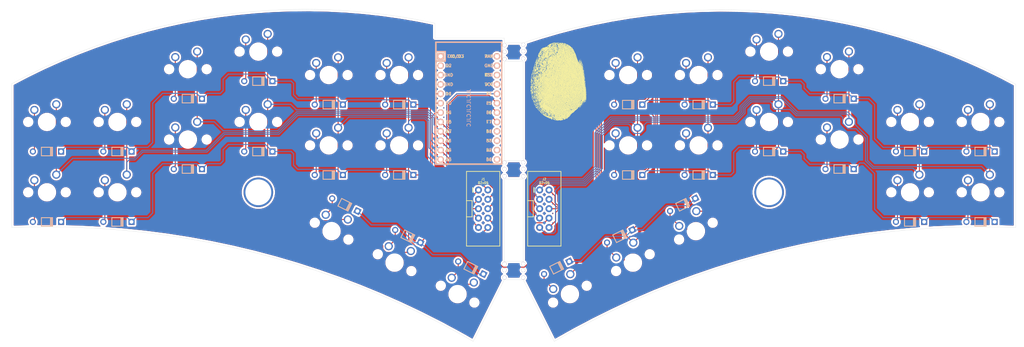
<source format=kicad_pcb>
(kicad_pcb (version 20171130) (host pcbnew 5.1.10)
  (layers (0 F.Cu signal) (31 B.Cu signal) (34 B.Paste user) (35 F.Paste user) (36 B.SilkS user) (37 F.SilkS user) (38 B.Mask user) (39 F.Mask user) (44 Edge.Cuts user))
  (net 0 "")
  (net 1 "Net-(diode1-Pad2)")
  (net 2 "Net-(diode2-Pad2)")
  (net 3 "Net-(diode3-Pad2)")
  (net 4 "Net-(diode4-Pad2)")
  (net 5 "Net-(diode5-Pad2)")
  (net 6 "Net-(diode6-Pad2)")
  (net 7 "Net-(diode7-Pad2)")
  (net 8 "Net-(diode8-Pad2)")
  (net 9 "Net-(diode9-Pad2)")
  (net 10 "Net-(diode10-Pad2)")
  (net 11 "Net-(diode11-Pad2)")
  (net 12 "Net-(diode12-Pad2)")
  (net 13 "Net-(diode13-Pad2)")
  (net 14 "Net-(diode14-Pad2)")
  (net 15 "Net-(diode15-Pad2)")
  (net 16 "Net-(diode16-Pad2)")
  (net 17 "Net-(diode17-Pad2)")
  (net 18 "Net-(diode18-Pad2)")
  (net 19 "Net-(diode19-Pad2)")
  (net 20 "Net-(diode20-Pad2)")
  (net 21 "Net-(diode21-Pad2)")
  (net 22 "Net-(diode22-Pad2)")
  (net 23 "Net-(diode23-Pad2)")
  (net 24 "Net-(diode24-Pad2)")
  (net 25 "Net-(diode25-Pad2)")
  (net 26 "Net-(diode26-Pad2)")
  (net 27 "Net-(diode27-Pad2)")
  (net 28 "Net-(diode28-Pad2)")
  (net 29 "Net-(diode29-Pad2)")
  (net 30 "Net-(diode30-Pad2)")
  (net 31 R0)
  (net 32 R1)
  (net 33 RR3)
  (net 34 R2)
  (net 35 RR4)
  (net 36 RR5)
  (net 37 R3)
  (net 38 C0)
  (net 39 C1)
  (net 40 C2)
  (net 41 C3)
  (net 42 C4)
  (net 43 C5)
  (net 44 R5)
  (net 45 R4)
  (net 46 RC4)
  (net 47 RC1)
  (net 48 RC0)
  (net 49 RC2)
  (net 50 RC3)
  (net 51 RC5)
  (net 52 S1)
  (module footprints:watu (layer F.Cu) (at 138.2395 -10.6045 90)
    (fp_text reference HS1 hide)
    (fp_text value Heatsink hide)
  )
  (module footprints:1-4-mounting-hole (layer F.Cu) (at 195.252838 19.05)
    (fp_text reference H8 (at 0 0.5) (layer F.SilkS))
    (fp_text value MountingHole)
    (pad 1 thru_hole circle (at 0 0) (size 8 8) (drill 7) (layers *.Cu *.Mask))
  )
  (module footprints:1-4-mounting-hole (layer F.Cu) (at 57.15 19.05)
    (fp_text reference H7 (at 0 0.5) (layer F.SilkS))
    (fp_text value MountingHole)
    (pad 1 thru_hole circle (at 0 0) (size 8 8) (drill 7) (layers *.Cu *.Mask))
  )
  (module footprints:connector-shrouded (layer F.Cu) (at 134.470638 23.495)
    (fp_text reference J2 (at 0 -8) (layer F.SilkS) (effects (font (size 0.6096 0.6096) (thickness 0.127))))
    (fp_text value 02x05 (at 0 -7) (layer F.SilkS) (effects (font (size 0.6096 0.6096) (thickness 0.127))))
    (pad 10 thru_hole circle (at 1.27 5.08) (size 1.8796 1.8796) (drill 1.016) (layers *.Cu *.Mask) (net 46 RC4))
    (pad 9 thru_hole circle (at -1.27 5.08) (size 1.8796 1.8796) (drill 1.016) (layers *.Cu *.Mask) (net 47 RC1))
    (pad 8 thru_hole circle (at 1.27 2.54) (size 1.8796 1.8796) (drill 1.016) (layers *.Cu *.Mask) (net 52 S1))
    (pad 7 thru_hole circle (at -1.27 2.54) (size 1.8796 1.8796) (drill 1.016) (layers *.Cu *.Mask) (net 48 RC0))
    (pad 6 thru_hole circle (at 1.27 0) (size 1.8796 1.8796) (drill 1.016) (layers *.Cu *.Mask) (net 36 RR5))
    (pad 5 thru_hole circle (at -1.27 0) (size 1.8796 1.8796) (drill 1.016) (layers *.Cu *.Mask) (net 49 RC2))
    (pad 4 thru_hole circle (at 1.27 -2.54) (size 1.8796 1.8796) (drill 1.016) (layers *.Cu *.Mask) (net 35 RR4))
    (pad 3 thru_hole circle (at -1.27 -2.54) (size 1.8796 1.8796) (drill 1.016) (layers *.Cu *.Mask) (net 50 RC3))
    (pad 2 thru_hole circle (at 1.27 -5.08) (size 1.8796 1.8796) (drill 1.016) (layers *.Cu *.Mask) (net 33 RR3))
    (pad 1 thru_hole circle (at -1.27 -5.08) (size 1.8796 1.8796) (drill 1.016) (layers *.Cu *.Mask) (net 51 RC5))
  )
  (module footprints:100-minimal (layer F.Cu) (at 95.25 6.35)
    (fp_text reference switch12 hide)
    (fp_text value switch hide)
    (pad 2 thru_hole circle (at 2.52 -4.79) (size 2.2 2.2) (drill 1.5) (layers *.Cu *.Mask) (net 43 C5))
    (pad 1 thru_hole circle (at -3.405 -3.27 29) (size 2.2 2.2) (drill 1.5) (layers *.Cu *.Mask) (net 12 "Net-(diode12-Pad2)"))
    (pad HOLE np_thru_hole circle (at 5.08 0) (size 1.8 1.8) (drill 1.8) (layers *.Cu *.Mask))
    (pad HOLE np_thru_hole circle (at -5.08 0) (size 1.8 1.8) (drill 1.8) (layers *.Cu *.Mask))
    (pad HOLE np_thru_hole circle (at 0 0) (size 3.9878 3.9878) (drill 3.9878) (layers *.Cu *.Mask))
  )
  (module footprints:promicro (layer F.Cu) (at 114.046 -3.81 270)
    (fp_text reference U1 hide)
    (fp_text value promicro hide)
    (fp_text user JLCJLCJLCJLC (at 0 0 270) (layer B.SilkS) (effects (justify mirror)))
    (fp_text user ST (at -8.91 -5.04 180) (layer B.SilkS) (effects (font (size 0.8 0.8)) (justify mirror)))
    (fp_text user TX0/D3 (at -13.97 3.571872 180) (layer F.SilkS) (effects (font (size 0.8 0.8))))
    (fp_text user TX0/D3 (at -13.97 3.571872 180) (layer B.SilkS) (effects (font (size 0.8 0.8)) (justify mirror)))
    (fp_text user D2 (at -11.43 5.461 180) (layer F.SilkS) (effects (font (size 0.8 0.8))))
    (fp_text user D0 (at -1.27 5.461 180) (layer F.SilkS) (effects (font (size 0.8 0.8))))
    (fp_text user D1 (at -3.81 5.461 180) (layer F.SilkS) (effects (font (size 0.8 0.8))))
    (fp_text user GND (at -6.35 5.461 180) (layer F.SilkS) (effects (font (size 0.8 0.8))))
    (fp_text user GND (at -8.89 5.461 180) (layer F.SilkS) (effects (font (size 0.8 0.8))))
    (fp_text user D4 (at 1.27 5.461 180) (layer F.SilkS) (effects (font (size 0.8 0.8))))
    (fp_text user C6 (at 3.81 5.461 180) (layer F.SilkS) (effects (font (size 0.8 0.8))))
    (fp_text user D7 (at 6.35 5.461 180) (layer F.SilkS) (effects (font (size 0.8 0.8))))
    (fp_text user E6 (at 8.89 5.461 180) (layer F.SilkS) (effects (font (size 0.8 0.8))))
    (fp_text user B4 (at 11.43 5.461 180) (layer F.SilkS) (effects (font (size 0.8 0.8))))
    (fp_text user B5 (at 13.97 5.461 180) (layer F.SilkS) (effects (font (size 0.8 0.8))))
    (fp_text user B6 (at 13.97 -5.461 180) (layer F.SilkS) (effects (font (size 0.8 0.8))))
    (fp_text user B2 (at 11.43 -5.461 180) (layer B.SilkS) (effects (font (size 0.8 0.8)) (justify mirror)))
    (fp_text user B3 (at 8.89 -5.461 180) (layer F.SilkS) (effects (font (size 0.8 0.8))))
    (fp_text user B1 (at 6.35 -5.461 180) (layer F.SilkS) (effects (font (size 0.8 0.8))))
    (fp_text user F7 (at 3.81 -5.461 180) (layer B.SilkS) (effects (font (size 0.8 0.8)) (justify mirror)))
    (fp_text user F6 (at 1.27 -5.461 180) (layer B.SilkS) (effects (font (size 0.8 0.8)) (justify mirror)))
    (fp_text user F5 (at -1.27 -5.461 180) (layer B.SilkS) (effects (font (size 0.8 0.8)) (justify mirror)))
    (fp_text user F4 (at -3.81 -5.461 180) (layer F.SilkS) (effects (font (size 0.8 0.8))))
    (fp_text user VCC (at -6.35 -5.461 180) (layer F.SilkS) (effects (font (size 0.8 0.8))))
    (fp_text user ST (at -8.92 -5.73312 180) (layer F.SilkS) (effects (font (size 0.8 0.8))))
    (fp_text user GND (at -11.43 -5.461 180) (layer F.SilkS) (effects (font (size 0.8 0.8))))
    (fp_text user RAW (at -13.97 -5.461 180) (layer F.SilkS) (effects (font (size 0.8 0.8))))
    (fp_text user RAW (at -13.97 -5.461 180) (layer B.SilkS) (effects (font (size 0.8 0.8)) (justify mirror)))
    (fp_text user GND (at -11.43 -5.461 180) (layer B.SilkS) (effects (font (size 0.8 0.8)) (justify mirror)))
    (fp_text user VCC (at -6.35 -5.461 180) (layer B.SilkS) (effects (font (size 0.8 0.8)) (justify mirror)))
    (fp_text user F4 (at -3.81 -5.461 180) (layer B.SilkS) (effects (font (size 0.8 0.8)) (justify mirror)))
    (fp_text user F5 (at -1.27 -5.461 180) (layer F.SilkS) (effects (font (size 0.8 0.8))))
    (fp_text user F6 (at 1.27 -5.461 180) (layer F.SilkS) (effects (font (size 0.8 0.8))))
    (fp_text user F7 (at 3.81 -5.461 180) (layer F.SilkS) (effects (font (size 0.8 0.8))))
    (fp_text user B1 (at 6.35 -5.461 180) (layer B.SilkS) (effects (font (size 0.8 0.8)) (justify mirror)))
    (fp_text user B3 (at 8.89 -5.461 180) (layer B.SilkS) (effects (font (size 0.8 0.8)) (justify mirror)))
    (fp_text user B2 (at 11.43 -5.461 180) (layer F.SilkS) (effects (font (size 0.8 0.8))))
    (fp_text user B6 (at 13.97 -5.461 180) (layer B.SilkS) (effects (font (size 0.8 0.8)) (justify mirror)))
    (fp_text user B5 (at 13.97 5.461 180) (layer B.SilkS) (effects (font (size 0.8 0.8)) (justify mirror)))
    (fp_text user B4 (at 11.43 5.461 180) (layer B.SilkS) (effects (font (size 0.8 0.8)) (justify mirror)))
    (fp_text user E6 (at 8.89 5.461 180) (layer B.SilkS) (effects (font (size 0.8 0.8)) (justify mirror)))
    (fp_text user D7 (at 6.35 5.461 180) (layer B.SilkS) (effects (font (size 0.8 0.8)) (justify mirror)))
    (fp_text user C6 (at 3.81 5.461 180) (layer B.SilkS) (effects (font (size 0.8 0.8)) (justify mirror)))
    (fp_text user D4 (at 1.27 5.461 180) (layer B.SilkS) (effects (font (size 0.8 0.8)) (justify mirror)))
    (fp_text user GND (at -8.89 5.461 180) (layer B.SilkS) (effects (font (size 0.8 0.8)) (justify mirror)))
    (fp_text user GND (at -6.35 5.461 180) (layer B.SilkS) (effects (font (size 0.8 0.8)) (justify mirror)))
    (fp_text user D1 (at -3.81 5.461 180) (layer B.SilkS) (effects (font (size 0.8 0.8)) (justify mirror)))
    (fp_text user D0 (at -1.27 5.461 180) (layer B.SilkS) (effects (font (size 0.8 0.8)) (justify mirror)))
    (fp_text user D2 (at -11.43 5.461 180) (layer B.SilkS) (effects (font (size 0.8 0.8)) (justify mirror)))
    (pad 24 thru_hole circle (at -13.97 -7.62 270) (size 1.7526 1.7526) (drill 1.0922) (layers *.Cu *.SilkS *.Mask))
    (pad 12 thru_hole circle (at 13.97 7.62 270) (size 1.7526 1.7526) (drill 1.0922) (layers *.Cu *.SilkS *.Mask) (net 42 C4))
    (pad 23 thru_hole circle (at -11.43 -7.62 270) (size 1.7526 1.7526) (drill 1.0922) (layers *.Cu *.SilkS *.Mask))
    (pad 22 thru_hole circle (at -8.89 -7.62 270) (size 1.7526 1.7526) (drill 1.0922) (layers *.Cu *.SilkS *.Mask))
    (pad 21 thru_hole circle (at -6.35 -7.62 270) (size 1.7526 1.7526) (drill 1.0922) (layers *.Cu *.SilkS *.Mask))
    (pad 20 thru_hole circle (at -3.81 -7.62 270) (size 1.7526 1.7526) (drill 1.0922) (layers *.Cu *.SilkS *.Mask) (net 43 C5))
    (pad 19 thru_hole circle (at -1.27 -7.62 270) (size 1.7526 1.7526) (drill 1.0922) (layers *.Cu *.SilkS *.Mask) (net 37 R3))
    (pad 18 thru_hole circle (at 1.27 -7.62 270) (size 1.7526 1.7526) (drill 1.0922) (layers *.Cu *.SilkS *.Mask) (net 45 R4))
    (pad 17 thru_hole circle (at 3.81 -7.62 270) (size 1.7526 1.7526) (drill 1.0922) (layers *.Cu *.SilkS *.Mask) (net 44 R5))
    (pad 16 thru_hole circle (at 6.35 -7.62 270) (size 1.7526 1.7526) (drill 1.0922) (layers *.Cu *.SilkS *.Mask))
    (pad 15 thru_hole circle (at 8.89 -7.62 270) (size 1.7526 1.7526) (drill 1.0922) (layers *.Cu *.SilkS *.Mask))
    (pad 14 thru_hole circle (at 11.43 -7.62 270) (size 1.7526 1.7526) (drill 1.0922) (layers *.Cu *.SilkS *.Mask))
    (pad 13 thru_hole circle (at 13.97 -7.62 270) (size 1.7526 1.7526) (drill 1.0922) (layers *.Cu *.SilkS *.Mask))
    (pad 11 thru_hole circle (at 11.43 7.62 270) (size 1.7526 1.7526) (drill 1.0922) (layers *.Cu *.SilkS *.Mask) (net 39 C1))
    (pad 10 thru_hole circle (at 8.89 7.62 270) (size 1.7526 1.7526) (drill 1.0922) (layers *.Cu *.SilkS *.Mask) (net 38 C0))
    (pad 9 thru_hole circle (at 6.35 7.62 270) (size 1.7526 1.7526) (drill 1.0922) (layers *.Cu *.SilkS *.Mask) (net 40 C2))
    (pad 8 thru_hole circle (at 3.81 7.62 270) (size 1.7526 1.7526) (drill 1.0922) (layers *.Cu *.SilkS *.Mask) (net 41 C3))
    (pad 7 thru_hole circle (at 1.27 7.62 270) (size 1.7526 1.7526) (drill 1.0922) (layers *.Cu *.SilkS *.Mask) (net 34 R2))
    (pad 6 thru_hole circle (at -1.27 7.62 270) (size 1.7526 1.7526) (drill 1.0922) (layers *.Cu *.SilkS *.Mask) (net 32 R1))
    (pad 5 thru_hole circle (at -3.81 7.62 270) (size 1.7526 1.7526) (drill 1.0922) (layers *.Cu *.SilkS *.Mask) (net 31 R0))
    (pad 4 thru_hole circle (at -6.35 7.62 270) (size 1.7526 1.7526) (drill 1.0922) (layers *.Cu *.SilkS *.Mask))
    (pad 3 thru_hole circle (at -8.89 7.62 270) (size 1.7526 1.7526) (drill 1.0922) (layers *.Cu *.SilkS *.Mask))
    (pad 2 thru_hole circle (at -11.43 7.62 270) (size 1.7526 1.7526) (drill 1.0922) (layers *.Cu *.SilkS *.Mask))
    (pad 1 thru_hole rect (at -13.97 7.62 270) (size 1.7526 1.7526) (drill 1.0922) (layers *.Cu *.SilkS *.Mask))
  )
  (module footprints:100-minimal (layer F.Cu) (at 157.152838 -12.7)
    (fp_text reference switch30 hide)
    (fp_text value switch hide)
    (pad 2 thru_hole circle (at 2.52 -4.79) (size 2.2 2.2) (drill 1.5) (layers *.Cu *.Mask) (net 51 RC5))
    (pad 1 thru_hole circle (at -3.405 -3.27 29) (size 2.2 2.2) (drill 1.5) (layers *.Cu *.Mask) (net 30 "Net-(diode30-Pad2)"))
    (pad HOLE np_thru_hole circle (at 5.08 0) (size 1.8 1.8) (drill 1.8) (layers *.Cu *.Mask))
    (pad HOLE np_thru_hole circle (at -5.08 0) (size 1.8 1.8) (drill 1.8) (layers *.Cu *.Mask))
    (pad HOLE np_thru_hole circle (at 0 0) (size 3.9878 3.9878) (drill 3.9878) (layers *.Cu *.Mask))
  )
  (module footprints:100-minimal (layer F.Cu) (at 176.202838 -12.7)
    (fp_text reference switch29 hide)
    (fp_text value switch hide)
    (pad 2 thru_hole circle (at 2.52 -4.79) (size 2.2 2.2) (drill 1.5) (layers *.Cu *.Mask) (net 46 RC4))
    (pad 1 thru_hole circle (at -3.405 -3.27 29) (size 2.2 2.2) (drill 1.5) (layers *.Cu *.Mask) (net 29 "Net-(diode29-Pad2)"))
    (pad HOLE np_thru_hole circle (at 5.08 0) (size 1.8 1.8) (drill 1.8) (layers *.Cu *.Mask))
    (pad HOLE np_thru_hole circle (at -5.08 0) (size 1.8 1.8) (drill 1.8) (layers *.Cu *.Mask))
    (pad HOLE np_thru_hole circle (at 0 0) (size 3.9878 3.9878) (drill 3.9878) (layers *.Cu *.Mask))
  )
  (module footprints:100-minimal (layer F.Cu) (at 195.252838 -19.05)
    (fp_text reference switch28 hide)
    (fp_text value switch hide)
    (pad 2 thru_hole circle (at 2.52 -4.79) (size 2.2 2.2) (drill 1.5) (layers *.Cu *.Mask) (net 50 RC3))
    (pad 1 thru_hole circle (at -3.405 -3.27 29) (size 2.2 2.2) (drill 1.5) (layers *.Cu *.Mask) (net 28 "Net-(diode28-Pad2)"))
    (pad HOLE np_thru_hole circle (at 5.08 0) (size 1.8 1.8) (drill 1.8) (layers *.Cu *.Mask))
    (pad HOLE np_thru_hole circle (at -5.08 0) (size 1.8 1.8) (drill 1.8) (layers *.Cu *.Mask))
    (pad HOLE np_thru_hole circle (at 0 0) (size 3.9878 3.9878) (drill 3.9878) (layers *.Cu *.Mask))
  )
  (module footprints:100-minimal (layer F.Cu) (at 214.302838 -14.2875)
    (fp_text reference switch27 hide)
    (fp_text value switch hide)
    (pad 2 thru_hole circle (at 2.52 -4.79) (size 2.2 2.2) (drill 1.5) (layers *.Cu *.Mask) (net 49 RC2))
    (pad 1 thru_hole circle (at -3.405 -3.27 29) (size 2.2 2.2) (drill 1.5) (layers *.Cu *.Mask) (net 27 "Net-(diode27-Pad2)"))
    (pad HOLE np_thru_hole circle (at 5.08 0) (size 1.8 1.8) (drill 1.8) (layers *.Cu *.Mask))
    (pad HOLE np_thru_hole circle (at -5.08 0) (size 1.8 1.8) (drill 1.8) (layers *.Cu *.Mask))
    (pad HOLE np_thru_hole circle (at 0 0) (size 3.9878 3.9878) (drill 3.9878) (layers *.Cu *.Mask))
  )
  (module footprints:100-minimal (layer F.Cu) (at 233.352838 0)
    (fp_text reference switch26 hide)
    (fp_text value switch hide)
    (pad 2 thru_hole circle (at 2.52 -4.79) (size 2.2 2.2) (drill 1.5) (layers *.Cu *.Mask) (net 47 RC1))
    (pad 1 thru_hole circle (at -3.405 -3.27 29) (size 2.2 2.2) (drill 1.5) (layers *.Cu *.Mask) (net 26 "Net-(diode26-Pad2)"))
    (pad HOLE np_thru_hole circle (at 5.08 0) (size 1.8 1.8) (drill 1.8) (layers *.Cu *.Mask))
    (pad HOLE np_thru_hole circle (at -5.08 0) (size 1.8 1.8) (drill 1.8) (layers *.Cu *.Mask))
    (pad HOLE np_thru_hole circle (at 0 0) (size 3.9878 3.9878) (drill 3.9878) (layers *.Cu *.Mask))
  )
  (module footprints:100-minimal (layer F.Cu) (at 252.402838 0)
    (fp_text reference switch25 hide)
    (fp_text value switch hide)
    (pad 2 thru_hole circle (at 2.52 -4.79) (size 2.2 2.2) (drill 1.5) (layers *.Cu *.Mask) (net 48 RC0))
    (pad 1 thru_hole circle (at -3.405 -3.27 29) (size 2.2 2.2) (drill 1.5) (layers *.Cu *.Mask) (net 25 "Net-(diode25-Pad2)"))
    (pad HOLE np_thru_hole circle (at 5.08 0) (size 1.8 1.8) (drill 1.8) (layers *.Cu *.Mask))
    (pad HOLE np_thru_hole circle (at -5.08 0) (size 1.8 1.8) (drill 1.8) (layers *.Cu *.Mask))
    (pad HOLE np_thru_hole circle (at 0 0) (size 3.9878 3.9878) (drill 3.9878) (layers *.Cu *.Mask))
  )
  (module footprints:100-minimal (layer F.Cu) (at 157.152838 6.35)
    (fp_text reference switch24 hide)
    (fp_text value switch hide)
    (pad 2 thru_hole circle (at 2.52 -4.79) (size 2.2 2.2) (drill 1.5) (layers *.Cu *.Mask) (net 51 RC5))
    (pad 1 thru_hole circle (at -3.405 -3.27 29) (size 2.2 2.2) (drill 1.5) (layers *.Cu *.Mask) (net 24 "Net-(diode24-Pad2)"))
    (pad HOLE np_thru_hole circle (at 5.08 0) (size 1.8 1.8) (drill 1.8) (layers *.Cu *.Mask))
    (pad HOLE np_thru_hole circle (at -5.08 0) (size 1.8 1.8) (drill 1.8) (layers *.Cu *.Mask))
    (pad HOLE np_thru_hole circle (at 0 0) (size 3.9878 3.9878) (drill 3.9878) (layers *.Cu *.Mask))
  )
  (module footprints:100-minimal (layer F.Cu) (at 176.202838 6.35)
    (fp_text reference switch23 hide)
    (fp_text value switch hide)
    (pad 2 thru_hole circle (at 2.52 -4.79) (size 2.2 2.2) (drill 1.5) (layers *.Cu *.Mask) (net 46 RC4))
    (pad 1 thru_hole circle (at -3.405 -3.27 29) (size 2.2 2.2) (drill 1.5) (layers *.Cu *.Mask) (net 23 "Net-(diode23-Pad2)"))
    (pad HOLE np_thru_hole circle (at 5.08 0) (size 1.8 1.8) (drill 1.8) (layers *.Cu *.Mask))
    (pad HOLE np_thru_hole circle (at -5.08 0) (size 1.8 1.8) (drill 1.8) (layers *.Cu *.Mask))
    (pad HOLE np_thru_hole circle (at 0 0) (size 3.9878 3.9878) (drill 3.9878) (layers *.Cu *.Mask))
  )
  (module footprints:100-minimal (layer F.Cu) (at 195.252838 0)
    (fp_text reference switch22 hide)
    (fp_text value switch hide)
    (pad 2 thru_hole circle (at 2.52 -4.79) (size 2.2 2.2) (drill 1.5) (layers *.Cu *.Mask) (net 50 RC3))
    (pad 1 thru_hole circle (at -3.405 -3.27 29) (size 2.2 2.2) (drill 1.5) (layers *.Cu *.Mask) (net 22 "Net-(diode22-Pad2)"))
    (pad HOLE np_thru_hole circle (at 5.08 0) (size 1.8 1.8) (drill 1.8) (layers *.Cu *.Mask))
    (pad HOLE np_thru_hole circle (at -5.08 0) (size 1.8 1.8) (drill 1.8) (layers *.Cu *.Mask))
    (pad HOLE np_thru_hole circle (at 0 0) (size 3.9878 3.9878) (drill 3.9878) (layers *.Cu *.Mask))
  )
  (module footprints:100-minimal (layer F.Cu) (at 214.302838 4.7625)
    (fp_text reference switch21 hide)
    (fp_text value switch hide)
    (pad 2 thru_hole circle (at 2.52 -4.79) (size 2.2 2.2) (drill 1.5) (layers *.Cu *.Mask) (net 49 RC2))
    (pad 1 thru_hole circle (at -3.405 -3.27 29) (size 2.2 2.2) (drill 1.5) (layers *.Cu *.Mask) (net 21 "Net-(diode21-Pad2)"))
    (pad HOLE np_thru_hole circle (at 5.08 0) (size 1.8 1.8) (drill 1.8) (layers *.Cu *.Mask))
    (pad HOLE np_thru_hole circle (at -5.08 0) (size 1.8 1.8) (drill 1.8) (layers *.Cu *.Mask))
    (pad HOLE np_thru_hole circle (at 0 0) (size 3.9878 3.9878) (drill 3.9878) (layers *.Cu *.Mask))
  )
  (module footprints:100-minimal (layer F.Cu) (at 233.352838 19.05)
    (fp_text reference switch20 hide)
    (fp_text value switch hide)
    (pad 2 thru_hole circle (at 2.52 -4.79) (size 2.2 2.2) (drill 1.5) (layers *.Cu *.Mask) (net 47 RC1))
    (pad 1 thru_hole circle (at -3.405 -3.27 29) (size 2.2 2.2) (drill 1.5) (layers *.Cu *.Mask) (net 20 "Net-(diode20-Pad2)"))
    (pad HOLE np_thru_hole circle (at 5.08 0) (size 1.8 1.8) (drill 1.8) (layers *.Cu *.Mask))
    (pad HOLE np_thru_hole circle (at -5.08 0) (size 1.8 1.8) (drill 1.8) (layers *.Cu *.Mask))
    (pad HOLE np_thru_hole circle (at 0 0) (size 3.9878 3.9878) (drill 3.9878) (layers *.Cu *.Mask))
  )
  (module footprints:100-minimal (layer F.Cu) (at 252.402838 19.05)
    (fp_text reference switch19 hide)
    (fp_text value switch hide)
    (pad 2 thru_hole circle (at 2.52 -4.79) (size 2.2 2.2) (drill 1.5) (layers *.Cu *.Mask) (net 48 RC0))
    (pad 1 thru_hole circle (at -3.405 -3.27 29) (size 2.2 2.2) (drill 1.5) (layers *.Cu *.Mask) (net 19 "Net-(diode19-Pad2)"))
    (pad HOLE np_thru_hole circle (at 5.08 0) (size 1.8 1.8) (drill 1.8) (layers *.Cu *.Mask))
    (pad HOLE np_thru_hole circle (at -5.08 0) (size 1.8 1.8) (drill 1.8) (layers *.Cu *.Mask))
    (pad HOLE np_thru_hole circle (at 0 0) (size 3.9878 3.9878) (drill 3.9878) (layers *.Cu *.Mask))
  )
  (module footprints:100-minimal (layer F.Cu) (at 111.013638 46.62981 333.4)
    (fp_text reference switch18 hide)
    (fp_text value switch hide)
    (pad 2 thru_hole circle (at 2.52 -4.79 333.4) (size 2.2 2.2) (drill 1.5) (layers *.Cu *.Mask) (net 43 C5))
    (pad 1 thru_hole circle (at -3.405 -3.27 2.4) (size 2.2 2.2) (drill 1.5) (layers *.Cu *.Mask) (net 18 "Net-(diode18-Pad2)"))
    (pad HOLE np_thru_hole circle (at 5.08 0 333.4) (size 1.8 1.8) (drill 1.8) (layers *.Cu *.Mask))
    (pad HOLE np_thru_hole circle (at -5.08 0 333.4) (size 1.8 1.8) (drill 1.8) (layers *.Cu *.Mask))
    (pad HOLE np_thru_hole circle (at 0 0 333.4) (size 3.9878 3.9878) (drill 3.9878) (layers *.Cu *.Mask))
  )
  (module footprints:100-minimal (layer F.Cu) (at 93.98 38.1 333.4)
    (fp_text reference switch17 hide)
    (fp_text value switch hide)
    (pad 2 thru_hole circle (at 2.52 -4.79 333.4) (size 2.2 2.2) (drill 1.5) (layers *.Cu *.Mask) (net 42 C4))
    (pad 1 thru_hole circle (at -3.405 -3.27 2.4) (size 2.2 2.2) (drill 1.5) (layers *.Cu *.Mask) (net 17 "Net-(diode17-Pad2)"))
    (pad HOLE np_thru_hole circle (at 5.08 0 333.4) (size 1.8 1.8) (drill 1.8) (layers *.Cu *.Mask))
    (pad HOLE np_thru_hole circle (at -5.08 0 333.4) (size 1.8 1.8) (drill 1.8) (layers *.Cu *.Mask))
    (pad HOLE np_thru_hole circle (at 0 0 333.4) (size 3.9878 3.9878) (drill 3.9878) (layers *.Cu *.Mask))
  )
  (module footprints:100-minimal (layer F.Cu) (at 76.946362 29.57019 333.4)
    (fp_text reference switch16 hide)
    (fp_text value switch hide)
    (pad 2 thru_hole circle (at 2.52 -4.79 333.4) (size 2.2 2.2) (drill 1.5) (layers *.Cu *.Mask) (net 41 C3))
    (pad 1 thru_hole circle (at -3.405 -3.27 2.4) (size 2.2 2.2) (drill 1.5) (layers *.Cu *.Mask) (net 16 "Net-(diode16-Pad2)"))
    (pad HOLE np_thru_hole circle (at 5.08 0 333.4) (size 1.8 1.8) (drill 1.8) (layers *.Cu *.Mask))
    (pad HOLE np_thru_hole circle (at -5.08 0 333.4) (size 1.8 1.8) (drill 1.8) (layers *.Cu *.Mask))
    (pad HOLE np_thru_hole circle (at 0 0 333.4) (size 3.9878 3.9878) (drill 3.9878) (layers *.Cu *.Mask))
  )
  (module footprints:100-minimal (layer F.Cu) (at 141.3892 46.62981 26.6)
    (fp_text reference switch15 hide)
    (fp_text value switch hide)
    (pad 2 thru_hole circle (at 2.52 -4.79 26.6) (size 2.2 2.2) (drill 1.5) (layers *.Cu *.Mask) (net 51 RC5))
    (pad 1 thru_hole circle (at -3.405 -3.27 55.6) (size 2.2 2.2) (drill 1.5) (layers *.Cu *.Mask) (net 15 "Net-(diode15-Pad2)"))
    (pad HOLE np_thru_hole circle (at 5.08 0 26.6) (size 1.8 1.8) (drill 1.8) (layers *.Cu *.Mask))
    (pad HOLE np_thru_hole circle (at -5.08 0 26.6) (size 1.8 1.8) (drill 1.8) (layers *.Cu *.Mask))
    (pad HOLE np_thru_hole circle (at 0 0 26.6) (size 3.9878 3.9878) (drill 3.9878) (layers *.Cu *.Mask))
  )
  (module footprints:100-minimal (layer F.Cu) (at 158.422838 38.1 26.6)
    (fp_text reference switch14 hide)
    (fp_text value switch hide)
    (pad 2 thru_hole circle (at 2.52 -4.79 26.6) (size 2.2 2.2) (drill 1.5) (layers *.Cu *.Mask) (net 46 RC4))
    (pad 1 thru_hole circle (at -3.405 -3.27 55.6) (size 2.2 2.2) (drill 1.5) (layers *.Cu *.Mask) (net 14 "Net-(diode14-Pad2)"))
    (pad HOLE np_thru_hole circle (at 5.08 0 26.6) (size 1.8 1.8) (drill 1.8) (layers *.Cu *.Mask))
    (pad HOLE np_thru_hole circle (at -5.08 0 26.6) (size 1.8 1.8) (drill 1.8) (layers *.Cu *.Mask))
    (pad HOLE np_thru_hole circle (at 0 0 26.6) (size 3.9878 3.9878) (drill 3.9878) (layers *.Cu *.Mask))
  )
  (module footprints:100-minimal (layer F.Cu) (at 175.456476 29.57019 26.6)
    (fp_text reference switch13 hide)
    (fp_text value switch hide)
    (pad 2 thru_hole circle (at 2.52 -4.79 26.6) (size 2.2 2.2) (drill 1.5) (layers *.Cu *.Mask) (net 50 RC3))
    (pad 1 thru_hole circle (at -3.405 -3.27 55.6) (size 2.2 2.2) (drill 1.5) (layers *.Cu *.Mask) (net 13 "Net-(diode13-Pad2)"))
    (pad HOLE np_thru_hole circle (at 5.08 0 26.6) (size 1.8 1.8) (drill 1.8) (layers *.Cu *.Mask))
    (pad HOLE np_thru_hole circle (at -5.08 0 26.6) (size 1.8 1.8) (drill 1.8) (layers *.Cu *.Mask))
    (pad HOLE np_thru_hole circle (at 0 0 26.6) (size 3.9878 3.9878) (drill 3.9878) (layers *.Cu *.Mask))
  )
  (module footprints:100-minimal (layer F.Cu) (at 76.2 6.35)
    (fp_text reference switch11 hide)
    (fp_text value switch hide)
    (pad 2 thru_hole circle (at 2.52 -4.79) (size 2.2 2.2) (drill 1.5) (layers *.Cu *.Mask) (net 42 C4))
    (pad 1 thru_hole circle (at -3.405 -3.27 29) (size 2.2 2.2) (drill 1.5) (layers *.Cu *.Mask) (net 11 "Net-(diode11-Pad2)"))
    (pad HOLE np_thru_hole circle (at 5.08 0) (size 1.8 1.8) (drill 1.8) (layers *.Cu *.Mask))
    (pad HOLE np_thru_hole circle (at -5.08 0) (size 1.8 1.8) (drill 1.8) (layers *.Cu *.Mask))
    (pad HOLE np_thru_hole circle (at 0 0) (size 3.9878 3.9878) (drill 3.9878) (layers *.Cu *.Mask))
  )
  (module footprints:100-minimal (layer F.Cu) (at 57.15 0)
    (fp_text reference switch10 hide)
    (fp_text value switch hide)
    (pad 2 thru_hole circle (at 2.52 -4.79) (size 2.2 2.2) (drill 1.5) (layers *.Cu *.Mask) (net 41 C3))
    (pad 1 thru_hole circle (at -3.405 -3.27 29) (size 2.2 2.2) (drill 1.5) (layers *.Cu *.Mask) (net 10 "Net-(diode10-Pad2)"))
    (pad HOLE np_thru_hole circle (at 5.08 0) (size 1.8 1.8) (drill 1.8) (layers *.Cu *.Mask))
    (pad HOLE np_thru_hole circle (at -5.08 0) (size 1.8 1.8) (drill 1.8) (layers *.Cu *.Mask))
    (pad HOLE np_thru_hole circle (at 0 0) (size 3.9878 3.9878) (drill 3.9878) (layers *.Cu *.Mask))
  )
  (module footprints:100-minimal (layer F.Cu) (at 38.1 4.7625)
    (fp_text reference switch9 hide)
    (fp_text value switch hide)
    (pad 2 thru_hole circle (at 2.52 -4.79) (size 2.2 2.2) (drill 1.5) (layers *.Cu *.Mask) (net 40 C2))
    (pad 1 thru_hole circle (at -3.405 -3.27 29) (size 2.2 2.2) (drill 1.5) (layers *.Cu *.Mask) (net 9 "Net-(diode9-Pad2)"))
    (pad HOLE np_thru_hole circle (at 5.08 0) (size 1.8 1.8) (drill 1.8) (layers *.Cu *.Mask))
    (pad HOLE np_thru_hole circle (at -5.08 0) (size 1.8 1.8) (drill 1.8) (layers *.Cu *.Mask))
    (pad HOLE np_thru_hole circle (at 0 0) (size 3.9878 3.9878) (drill 3.9878) (layers *.Cu *.Mask))
  )
  (module footprints:100-minimal (layer F.Cu) (at 19.05 19.05)
    (fp_text reference switch8 hide)
    (fp_text value switch hide)
    (pad 2 thru_hole circle (at 2.52 -4.79) (size 2.2 2.2) (drill 1.5) (layers *.Cu *.Mask) (net 39 C1))
    (pad 1 thru_hole circle (at -3.405 -3.27 29) (size 2.2 2.2) (drill 1.5) (layers *.Cu *.Mask) (net 8 "Net-(diode8-Pad2)"))
    (pad HOLE np_thru_hole circle (at 5.08 0) (size 1.8 1.8) (drill 1.8) (layers *.Cu *.Mask))
    (pad HOLE np_thru_hole circle (at -5.08 0) (size 1.8 1.8) (drill 1.8) (layers *.Cu *.Mask))
    (pad HOLE np_thru_hole circle (at 0 0) (size 3.9878 3.9878) (drill 3.9878) (layers *.Cu *.Mask))
  )
  (module footprints:100-minimal (layer F.Cu) (at 0 19.05)
    (fp_text reference switch7 hide)
    (fp_text value switch hide)
    (pad 2 thru_hole circle (at 2.52 -4.79) (size 2.2 2.2) (drill 1.5) (layers *.Cu *.Mask) (net 38 C0))
    (pad 1 thru_hole circle (at -3.405 -3.27 29) (size 2.2 2.2) (drill 1.5) (layers *.Cu *.Mask) (net 7 "Net-(diode7-Pad2)"))
    (pad HOLE np_thru_hole circle (at 5.08 0) (size 1.8 1.8) (drill 1.8) (layers *.Cu *.Mask))
    (pad HOLE np_thru_hole circle (at -5.08 0) (size 1.8 1.8) (drill 1.8) (layers *.Cu *.Mask))
    (pad HOLE np_thru_hole circle (at 0 0) (size 3.9878 3.9878) (drill 3.9878) (layers *.Cu *.Mask))
  )
  (module footprints:100-minimal (layer F.Cu) (at 95.25 -12.7)
    (fp_text reference switch6 hide)
    (fp_text value switch hide)
    (pad 2 thru_hole circle (at 2.52 -4.79) (size 2.2 2.2) (drill 1.5) (layers *.Cu *.Mask) (net 43 C5))
    (pad 1 thru_hole circle (at -3.405 -3.27 29) (size 2.2 2.2) (drill 1.5) (layers *.Cu *.Mask) (net 6 "Net-(diode6-Pad2)"))
    (pad HOLE np_thru_hole circle (at 5.08 0) (size 1.8 1.8) (drill 1.8) (layers *.Cu *.Mask))
    (pad HOLE np_thru_hole circle (at -5.08 0) (size 1.8 1.8) (drill 1.8) (layers *.Cu *.Mask))
    (pad HOLE np_thru_hole circle (at 0 0) (size 3.9878 3.9878) (drill 3.9878) (layers *.Cu *.Mask))
  )
  (module footprints:100-minimal (layer F.Cu) (at 76.2 -12.7)
    (fp_text reference switch5 hide)
    (fp_text value switch hide)
    (pad 2 thru_hole circle (at 2.52 -4.79) (size 2.2 2.2) (drill 1.5) (layers *.Cu *.Mask) (net 42 C4))
    (pad 1 thru_hole circle (at -3.405 -3.27 29) (size 2.2 2.2) (drill 1.5) (layers *.Cu *.Mask) (net 5 "Net-(diode5-Pad2)"))
    (pad HOLE np_thru_hole circle (at 5.08 0) (size 1.8 1.8) (drill 1.8) (layers *.Cu *.Mask))
    (pad HOLE np_thru_hole circle (at -5.08 0) (size 1.8 1.8) (drill 1.8) (layers *.Cu *.Mask))
    (pad HOLE np_thru_hole circle (at 0 0) (size 3.9878 3.9878) (drill 3.9878) (layers *.Cu *.Mask))
  )
  (module footprints:100-minimal (layer F.Cu) (at 57.15 -19.05)
    (fp_text reference switch4 hide)
    (fp_text value switch hide)
    (pad 2 thru_hole circle (at 2.52 -4.79) (size 2.2 2.2) (drill 1.5) (layers *.Cu *.Mask) (net 41 C3))
    (pad 1 thru_hole circle (at -3.405 -3.27 29) (size 2.2 2.2) (drill 1.5) (layers *.Cu *.Mask) (net 4 "Net-(diode4-Pad2)"))
    (pad HOLE np_thru_hole circle (at 5.08 0) (size 1.8 1.8) (drill 1.8) (layers *.Cu *.Mask))
    (pad HOLE np_thru_hole circle (at -5.08 0) (size 1.8 1.8) (drill 1.8) (layers *.Cu *.Mask))
    (pad HOLE np_thru_hole circle (at 0 0) (size 3.9878 3.9878) (drill 3.9878) (layers *.Cu *.Mask))
  )
  (module footprints:100-minimal (layer F.Cu) (at 38.1 -14.2875)
    (fp_text reference switch3 hide)
    (fp_text value switch hide)
    (pad 2 thru_hole circle (at 2.52 -4.79) (size 2.2 2.2) (drill 1.5) (layers *.Cu *.Mask) (net 40 C2))
    (pad 1 thru_hole circle (at -3.405 -3.27 29) (size 2.2 2.2) (drill 1.5) (layers *.Cu *.Mask) (net 3 "Net-(diode3-Pad2)"))
    (pad HOLE np_thru_hole circle (at 5.08 0) (size 1.8 1.8) (drill 1.8) (layers *.Cu *.Mask))
    (pad HOLE np_thru_hole circle (at -5.08 0) (size 1.8 1.8) (drill 1.8) (layers *.Cu *.Mask))
    (pad HOLE np_thru_hole circle (at 0 0) (size 3.9878 3.9878) (drill 3.9878) (layers *.Cu *.Mask))
  )
  (module footprints:100-minimal (layer F.Cu) (at 19.05 0)
    (fp_text reference switch2 hide)
    (fp_text value switch hide)
    (pad 2 thru_hole circle (at 2.52 -4.79) (size 2.2 2.2) (drill 1.5) (layers *.Cu *.Mask) (net 39 C1))
    (pad 1 thru_hole circle (at -3.405 -3.27 29) (size 2.2 2.2) (drill 1.5) (layers *.Cu *.Mask) (net 2 "Net-(diode2-Pad2)"))
    (pad HOLE np_thru_hole circle (at 5.08 0) (size 1.8 1.8) (drill 1.8) (layers *.Cu *.Mask))
    (pad HOLE np_thru_hole circle (at -5.08 0) (size 1.8 1.8) (drill 1.8) (layers *.Cu *.Mask))
    (pad HOLE np_thru_hole circle (at 0 0) (size 3.9878 3.9878) (drill 3.9878) (layers *.Cu *.Mask))
  )
  (module footprints:100-minimal (layer F.Cu) (at 0 0)
    (fp_text reference switch1 hide)
    (fp_text value switch hide)
    (pad 2 thru_hole circle (at 2.52 -4.79) (size 2.2 2.2) (drill 1.5) (layers *.Cu *.Mask) (net 38 C0))
    (pad 1 thru_hole circle (at -3.405 -3.27 29) (size 2.2 2.2) (drill 1.5) (layers *.Cu *.Mask) (net 1 "Net-(diode1-Pad2)"))
    (pad HOLE np_thru_hole circle (at 5.08 0) (size 1.8 1.8) (drill 1.8) (layers *.Cu *.Mask))
    (pad HOLE np_thru_hole circle (at -5.08 0) (size 1.8 1.8) (drill 1.8) (layers *.Cu *.Mask))
    (pad HOLE np_thru_hole circle (at 0 0) (size 3.9878 3.9878) (drill 3.9878) (layers *.Cu *.Mask))
  )
  (module footprints:connector-shrouded (layer F.Cu) (at 117.9322 23.495)
    (fp_text reference J1 (at 0 -8) (layer F.SilkS) (effects (font (size 0.6096 0.6096) (thickness 0.127))))
    (fp_text value 02x05 (at 0 -7) (layer F.SilkS) (effects (font (size 0.6096 0.6096) (thickness 0.127))))
    (pad 10 thru_hole circle (at 1.27 5.08) (size 1.8796 1.8796) (drill 1.016) (layers *.Cu *.Mask) (net 42 C4))
    (pad 9 thru_hole circle (at -1.27 5.08) (size 1.8796 1.8796) (drill 1.016) (layers *.Cu *.Mask) (net 39 C1))
    (pad 8 thru_hole circle (at 1.27 2.54) (size 1.8796 1.8796) (drill 1.016) (layers *.Cu *.Mask) (net 52 S1))
    (pad 7 thru_hole circle (at -1.27 2.54) (size 1.8796 1.8796) (drill 1.016) (layers *.Cu *.Mask) (net 38 C0))
    (pad 6 thru_hole circle (at 1.27 0) (size 1.8796 1.8796) (drill 1.016) (layers *.Cu *.Mask) (net 44 R5))
    (pad 5 thru_hole circle (at -1.27 0) (size 1.8796 1.8796) (drill 1.016) (layers *.Cu *.Mask) (net 40 C2))
    (pad 4 thru_hole circle (at 1.27 -2.54) (size 1.8796 1.8796) (drill 1.016) (layers *.Cu *.Mask) (net 45 R4))
    (pad 3 thru_hole circle (at -1.27 -2.54) (size 1.8796 1.8796) (drill 1.016) (layers *.Cu *.Mask) (net 41 C3))
    (pad 2 thru_hole circle (at 1.27 -5.08) (size 1.8796 1.8796) (drill 1.016) (layers *.Cu *.Mask) (net 37 R3))
    (pad 1 thru_hole circle (at -1.27 -5.08) (size 1.8796 1.8796) (drill 1.016) (layers *.Cu *.Mask) (net 43 C5))
  )
  (module footprints:hole-three-bigger (layer F.Cu) (at 128.778 40.894 90)
    (fp_text reference H6 hide)
    (fp_text value MountingHole hide)
    (pad "" thru_hole circle (at 2.5 0 90) (size 1 1) (drill 1) (layers *.Cu *.Mask))
    (pad "" thru_hole circle (at 0.75 0 90) (size 1 1) (drill 1) (layers *.Cu *.Mask))
    (pad "" thru_hole circle (at -1.25 0 90) (size 1 1) (drill 1) (layers *.Cu *.Mask))
  )
  (module footprints:hole-three-bigger (layer F.Cu) (at 123.698 40.894 90)
    (fp_text reference H5 hide)
    (fp_text value MountingHole hide)
    (pad "" thru_hole circle (at 2.5 0 90) (size 1 1) (drill 1) (layers *.Cu *.Mask))
    (pad "" thru_hole circle (at 0.75 0 90) (size 1 1) (drill 1) (layers *.Cu *.Mask))
    (pad "" thru_hole circle (at -1.25 0 90) (size 1 1) (drill 1) (layers *.Cu *.Mask))
  )
  (module footprints:hole-three-bigger (layer F.Cu) (at 128.778 13.462 90)
    (fp_text reference H4 hide)
    (fp_text value MountingHole hide)
    (pad "" thru_hole circle (at 2.5 0 90) (size 1 1) (drill 1) (layers *.Cu *.Mask))
    (pad "" thru_hole circle (at 0.75 0 90) (size 1 1) (drill 1) (layers *.Cu *.Mask))
    (pad "" thru_hole circle (at -1.25 0 90) (size 1 1) (drill 1) (layers *.Cu *.Mask))
  )
  (module footprints:hole-three-bigger (layer F.Cu) (at 123.698 13.462 90)
    (fp_text reference H3 hide)
    (fp_text value MountingHole hide)
    (pad "" thru_hole circle (at 2.5 0 90) (size 1 1) (drill 1) (layers *.Cu *.Mask))
    (pad "" thru_hole circle (at 0.75 0 90) (size 1 1) (drill 1) (layers *.Cu *.Mask))
    (pad "" thru_hole circle (at -1.25 0 90) (size 1 1) (drill 1) (layers *.Cu *.Mask))
  )
  (module footprints:hole-three-bigger (layer F.Cu) (at 128.778 -18.415 90)
    (fp_text reference H2 hide)
    (fp_text value MountingHole hide)
    (pad "" thru_hole circle (at 2.5 0 90) (size 1 1) (drill 1) (layers *.Cu *.Mask))
    (pad "" thru_hole circle (at 0.75 0 90) (size 1 1) (drill 1) (layers *.Cu *.Mask))
    (pad "" thru_hole circle (at -1.25 0 90) (size 1 1) (drill 1) (layers *.Cu *.Mask))
  )
  (module footprints:hole-three-bigger (layer F.Cu) (at 123.698 -18.268 90)
    (fp_text reference H1 hide)
    (fp_text value MountingHole hide)
    (pad "" thru_hole circle (at 2.5 0 90) (size 1 1) (drill 1) (layers *.Cu *.Mask))
    (pad "" thru_hole circle (at 0.75 0 90) (size 1 1) (drill 1) (layers *.Cu *.Mask))
    (pad "" thru_hole circle (at -1.25 0 90) (size 1 1) (drill 1) (layers *.Cu *.Mask))
  )
  (module footprints:diode (layer F.Cu) (at 157.152838 -4.7 90)
    (fp_text reference diode30 hide)
    (fp_text value diode hide)
    (pad 1 thru_hole rect (at 0 3.81) (size 1.651 1.651) (drill 0.9906) (layers *.Cu *.Mask) (net 36 RR5))
    (pad 2 thru_hole circle (at 0 -3.81) (size 1.651 1.651) (drill 0.9906) (layers *.Cu *.Mask) (net 30 "Net-(diode30-Pad2)"))
  )
  (module footprints:diode (layer F.Cu) (at 176.202838 -4.7 90)
    (fp_text reference diode29 hide)
    (fp_text value diode hide)
    (pad 1 thru_hole rect (at 0 3.81) (size 1.651 1.651) (drill 0.9906) (layers *.Cu *.Mask) (net 36 RR5))
    (pad 2 thru_hole circle (at 0 -3.81) (size 1.651 1.651) (drill 0.9906) (layers *.Cu *.Mask) (net 29 "Net-(diode29-Pad2)"))
  )
  (module footprints:diode (layer F.Cu) (at 195.252838 -11.05 90)
    (fp_text reference diode28 hide)
    (fp_text value diode hide)
    (pad 1 thru_hole rect (at 0 3.81) (size 1.651 1.651) (drill 0.9906) (layers *.Cu *.Mask) (net 36 RR5))
    (pad 2 thru_hole circle (at 0 -3.81) (size 1.651 1.651) (drill 0.9906) (layers *.Cu *.Mask) (net 28 "Net-(diode28-Pad2)"))
  )
  (module footprints:diode (layer F.Cu) (at 214.302838 -6.2875 90)
    (fp_text reference diode27 hide)
    (fp_text value diode hide)
    (pad 1 thru_hole rect (at 0 3.81) (size 1.651 1.651) (drill 0.9906) (layers *.Cu *.Mask) (net 36 RR5))
    (pad 2 thru_hole circle (at 0 -3.81) (size 1.651 1.651) (drill 0.9906) (layers *.Cu *.Mask) (net 27 "Net-(diode27-Pad2)"))
  )
  (module footprints:diode (layer F.Cu) (at 233.352838 8 90)
    (fp_text reference diode26 hide)
    (fp_text value diode hide)
    (pad 1 thru_hole rect (at 0 3.81) (size 1.651 1.651) (drill 0.9906) (layers *.Cu *.Mask) (net 36 RR5))
    (pad 2 thru_hole circle (at 0 -3.81) (size 1.651 1.651) (drill 0.9906) (layers *.Cu *.Mask) (net 26 "Net-(diode26-Pad2)"))
  )
  (module footprints:diode (layer F.Cu) (at 252.402838 8 90)
    (fp_text reference diode25 hide)
    (fp_text value diode hide)
    (pad 1 thru_hole rect (at 0 3.81) (size 1.651 1.651) (drill 0.9906) (layers *.Cu *.Mask) (net 36 RR5))
    (pad 2 thru_hole circle (at 0 -3.81) (size 1.651 1.651) (drill 0.9906) (layers *.Cu *.Mask) (net 25 "Net-(diode25-Pad2)"))
  )
  (module footprints:diode (layer F.Cu) (at 157.152838 14.35 90)
    (fp_text reference diode24 hide)
    (fp_text value diode hide)
    (pad 1 thru_hole rect (at 0 3.81) (size 1.651 1.651) (drill 0.9906) (layers *.Cu *.Mask) (net 35 RR4))
    (pad 2 thru_hole circle (at 0 -3.81) (size 1.651 1.651) (drill 0.9906) (layers *.Cu *.Mask) (net 24 "Net-(diode24-Pad2)"))
  )
  (module footprints:diode (layer F.Cu) (at 176.202838 14.35 90)
    (fp_text reference diode23 hide)
    (fp_text value diode hide)
    (pad 1 thru_hole rect (at 0 3.81) (size 1.651 1.651) (drill 0.9906) (layers *.Cu *.Mask) (net 35 RR4))
    (pad 2 thru_hole circle (at 0 -3.81) (size 1.651 1.651) (drill 0.9906) (layers *.Cu *.Mask) (net 23 "Net-(diode23-Pad2)"))
  )
  (module footprints:diode (layer F.Cu) (at 195.252838 8 90)
    (fp_text reference diode22 hide)
    (fp_text value diode hide)
    (pad 1 thru_hole rect (at 0 3.81) (size 1.651 1.651) (drill 0.9906) (layers *.Cu *.Mask) (net 35 RR4))
    (pad 2 thru_hole circle (at 0 -3.81) (size 1.651 1.651) (drill 0.9906) (layers *.Cu *.Mask) (net 22 "Net-(diode22-Pad2)"))
  )
  (module footprints:diode (layer F.Cu) (at 214.302838 12.7625 90)
    (fp_text reference diode21 hide)
    (fp_text value diode hide)
    (pad 1 thru_hole rect (at 0 3.81) (size 1.651 1.651) (drill 0.9906) (layers *.Cu *.Mask) (net 35 RR4))
    (pad 2 thru_hole circle (at 0 -3.81) (size 1.651 1.651) (drill 0.9906) (layers *.Cu *.Mask) (net 21 "Net-(diode21-Pad2)"))
  )
  (module footprints:diode (layer F.Cu) (at 233.352838 27.05 90)
    (fp_text reference diode20 hide)
    (fp_text value diode hide)
    (pad 1 thru_hole rect (at 0 3.81) (size 1.651 1.651) (drill 0.9906) (layers *.Cu *.Mask) (net 35 RR4))
    (pad 2 thru_hole circle (at 0 -3.81) (size 1.651 1.651) (drill 0.9906) (layers *.Cu *.Mask) (net 20 "Net-(diode20-Pad2)"))
  )
  (module footprints:diode (layer F.Cu) (at 252.402838 27.05 90)
    (fp_text reference diode19 hide)
    (fp_text value diode hide)
    (pad 1 thru_hole rect (at 0 3.81) (size 1.651 1.651) (drill 0.9906) (layers *.Cu *.Mask) (net 35 RR4))
    (pad 2 thru_hole circle (at 0 -3.81) (size 1.651 1.651) (drill 0.9906) (layers *.Cu *.Mask) (net 19 "Net-(diode19-Pad2)"))
  )
  (module footprints:diode (layer F.Cu) (at 114.59571 39.476577 63.4)
    (fp_text reference diode18 hide)
    (fp_text value diode hide)
    (pad 1 thru_hole rect (at 0 3.81 333.4) (size 1.651 1.651) (drill 0.9906) (layers *.Cu *.Mask) (net 34 R2))
    (pad 2 thru_hole circle (at 0 -3.81 333.4) (size 1.651 1.651) (drill 0.9906) (layers *.Cu *.Mask) (net 18 "Net-(diode18-Pad2)"))
  )
  (module footprints:diode (layer F.Cu) (at 97.562072 30.946767 63.4)
    (fp_text reference diode17 hide)
    (fp_text value diode hide)
    (pad 1 thru_hole rect (at 0 3.81 333.4) (size 1.651 1.651) (drill 0.9906) (layers *.Cu *.Mask) (net 34 R2))
    (pad 2 thru_hole circle (at 0 -3.81 333.4) (size 1.651 1.651) (drill 0.9906) (layers *.Cu *.Mask) (net 17 "Net-(diode17-Pad2)"))
  )
  (module footprints:diode (layer F.Cu) (at 80.528434 22.416957 63.4)
    (fp_text reference diode16 hide)
    (fp_text value diode hide)
    (pad 1 thru_hole rect (at 0 3.81 333.4) (size 1.651 1.651) (drill 0.9906) (layers *.Cu *.Mask) (net 34 R2))
    (pad 2 thru_hole circle (at 0 -3.81 333.4) (size 1.651 1.651) (drill 0.9906) (layers *.Cu *.Mask) (net 16 "Net-(diode16-Pad2)"))
  )
  (module footprints:diode (layer F.Cu) (at 137.807128 39.476577 116.6)
    (fp_text reference diode15 hide)
    (fp_text value diode hide)
    (pad 1 thru_hole rect (at 0 3.81 26.6) (size 1.651 1.651) (drill 0.9906) (layers *.Cu *.Mask) (net 33 RR3))
    (pad 2 thru_hole circle (at 0 -3.81 26.6) (size 1.651 1.651) (drill 0.9906) (layers *.Cu *.Mask) (net 15 "Net-(diode15-Pad2)"))
  )
  (module footprints:diode (layer F.Cu) (at 154.840766 30.946767 116.6)
    (fp_text reference diode14 hide)
    (fp_text value diode hide)
    (pad 1 thru_hole rect (at 0 3.81 26.6) (size 1.651 1.651) (drill 0.9906) (layers *.Cu *.Mask) (net 33 RR3))
    (pad 2 thru_hole circle (at 0 -3.81 26.6) (size 1.651 1.651) (drill 0.9906) (layers *.Cu *.Mask) (net 14 "Net-(diode14-Pad2)"))
  )
  (module footprints:diode (layer F.Cu) (at 171.874404 22.416957 116.6)
    (fp_text reference diode13 hide)
    (fp_text value diode hide)
    (pad 1 thru_hole rect (at 0 3.81 26.6) (size 1.651 1.651) (drill 0.9906) (layers *.Cu *.Mask) (net 33 RR3))
    (pad 2 thru_hole circle (at 0 -3.81 26.6) (size 1.651 1.651) (drill 0.9906) (layers *.Cu *.Mask) (net 13 "Net-(diode13-Pad2)"))
  )
  (module footprints:diode (layer F.Cu) (at 95.25 14.35 90)
    (fp_text reference diode12 hide)
    (fp_text value diode hide)
    (pad 1 thru_hole rect (at 0 3.81) (size 1.651 1.651) (drill 0.9906) (layers *.Cu *.Mask) (net 32 R1))
    (pad 2 thru_hole circle (at 0 -3.81) (size 1.651 1.651) (drill 0.9906) (layers *.Cu *.Mask) (net 12 "Net-(diode12-Pad2)"))
  )
  (module footprints:diode (layer F.Cu) (at 76.2 14.35 90)
    (fp_text reference diode11 hide)
    (fp_text value diode hide)
    (pad 1 thru_hole rect (at 0 3.81) (size 1.651 1.651) (drill 0.9906) (layers *.Cu *.Mask) (net 32 R1))
    (pad 2 thru_hole circle (at 0 -3.81) (size 1.651 1.651) (drill 0.9906) (layers *.Cu *.Mask) (net 11 "Net-(diode11-Pad2)"))
  )
  (module footprints:diode (layer F.Cu) (at 57.15 8 90)
    (fp_text reference diode10 hide)
    (fp_text value diode hide)
    (pad 1 thru_hole rect (at 0 3.81) (size 1.651 1.651) (drill 0.9906) (layers *.Cu *.Mask) (net 32 R1))
    (pad 2 thru_hole circle (at 0 -3.81) (size 1.651 1.651) (drill 0.9906) (layers *.Cu *.Mask) (net 10 "Net-(diode10-Pad2)"))
  )
  (module footprints:diode (layer F.Cu) (at 38.1 12.7625 90)
    (fp_text reference diode9 hide)
    (fp_text value diode hide)
    (pad 1 thru_hole rect (at 0 3.81) (size 1.651 1.651) (drill 0.9906) (layers *.Cu *.Mask) (net 32 R1))
    (pad 2 thru_hole circle (at 0 -3.81) (size 1.651 1.651) (drill 0.9906) (layers *.Cu *.Mask) (net 9 "Net-(diode9-Pad2)"))
  )
  (module footprints:diode (layer F.Cu) (at 19.05 27.05 90)
    (fp_text reference diode8 hide)
    (fp_text value diode hide)
    (pad 1 thru_hole rect (at 0 3.81) (size 1.651 1.651) (drill 0.9906) (layers *.Cu *.Mask) (net 32 R1))
    (pad 2 thru_hole circle (at 0 -3.81) (size 1.651 1.651) (drill 0.9906) (layers *.Cu *.Mask) (net 8 "Net-(diode8-Pad2)"))
  )
  (module footprints:diode (layer F.Cu) (at 0 27.05 90)
    (fp_text reference diode7 hide)
    (fp_text value diode hide)
    (pad 1 thru_hole rect (at 0 3.81) (size 1.651 1.651) (drill 0.9906) (layers *.Cu *.Mask) (net 32 R1))
    (pad 2 thru_hole circle (at 0 -3.81) (size 1.651 1.651) (drill 0.9906) (layers *.Cu *.Mask) (net 7 "Net-(diode7-Pad2)"))
  )
  (module footprints:diode (layer F.Cu) (at 95.25 -4.7 90)
    (fp_text reference diode6 hide)
    (fp_text value diode hide)
    (pad 1 thru_hole rect (at 0 3.81) (size 1.651 1.651) (drill 0.9906) (layers *.Cu *.Mask) (net 31 R0))
    (pad 2 thru_hole circle (at 0 -3.81) (size 1.651 1.651) (drill 0.9906) (layers *.Cu *.Mask) (net 6 "Net-(diode6-Pad2)"))
  )
  (module footprints:diode (layer F.Cu) (at 76.2 -4.7 90)
    (fp_text reference diode5 hide)
    (fp_text value diode hide)
    (pad 1 thru_hole rect (at 0 3.81) (size 1.651 1.651) (drill 0.9906) (layers *.Cu *.Mask) (net 31 R0))
    (pad 2 thru_hole circle (at 0 -3.81) (size 1.651 1.651) (drill 0.9906) (layers *.Cu *.Mask) (net 5 "Net-(diode5-Pad2)"))
  )
  (module footprints:diode (layer F.Cu) (at 57.15 -11.05 90)
    (fp_text reference diode4 hide)
    (fp_text value diode hide)
    (pad 1 thru_hole rect (at 0 3.81) (size 1.651 1.651) (drill 0.9906) (layers *.Cu *.Mask) (net 31 R0))
    (pad 2 thru_hole circle (at 0 -3.81) (size 1.651 1.651) (drill 0.9906) (layers *.Cu *.Mask) (net 4 "Net-(diode4-Pad2)"))
  )
  (module footprints:diode (layer F.Cu) (at 38.1 -6.2875 90)
    (fp_text reference diode3 hide)
    (fp_text value diode hide)
    (pad 1 thru_hole rect (at 0 3.81) (size 1.651 1.651) (drill 0.9906) (layers *.Cu *.Mask) (net 31 R0))
    (pad 2 thru_hole circle (at 0 -3.81) (size 1.651 1.651) (drill 0.9906) (layers *.Cu *.Mask) (net 3 "Net-(diode3-Pad2)"))
  )
  (module footprints:diode (layer F.Cu) (at 19.05 8 90)
    (fp_text reference diode2 hide)
    (fp_text value diode hide)
    (pad 1 thru_hole rect (at 0 3.81) (size 1.651 1.651) (drill 0.9906) (layers *.Cu *.Mask) (net 31 R0))
    (pad 2 thru_hole circle (at 0 -3.81) (size 1.651 1.651) (drill 0.9906) (layers *.Cu *.Mask) (net 2 "Net-(diode2-Pad2)"))
  )
  (module footprints:diode (layer F.Cu) (at 0 8 90)
    (fp_text reference diode1 hide)
    (fp_text value diode hide)
    (pad 1 thru_hole rect (at 0 3.81) (size 1.651 1.651) (drill 0.9906) (layers *.Cu *.Mask) (net 31 R0))
    (pad 2 thru_hole circle (at 0 -3.81) (size 1.651 1.651) (drill 0.9906) (layers *.Cu *.Mask) (net 1 "Net-(diode1-Pad2)"))
  )
  (gr_text WATU (at 138.2395 4.6355) (layer F.Cu) (effects (font (size 3 3) (thickness 0.6))))
  (gr_line (start 123.6345 -22.733) (end 123.6345 -21.3995) (layer Edge.Cuts) (width 0.05))
  (gr_line (start 104.902 -22.733) (end 123.6345 -22.733) (layer Edge.Cuts) (width 0.05))
  (gr_line (start 104.902 -26.7335) (end 104.902 -22.733) (layer Edge.Cuts) (width 0.05))
  (gr_line (start 123.660667 15.413998) (end 128.743705 15.413998) (layer Edge.Cuts) (width 0.05))
  (gr_line (start 123.660667 10.413998) (end 128.740667 10.413998) (layer Edge.Cuts) (width 0.05))
  (gr_line (start 128.743705 15.413998) (end 128.742938 37.6974) (layer Edge.Cuts) (width 0.05))
  (gr_line (start 128.741419 -16.403359) (end 128.740667 10.413998) (layer Edge.Cuts) (width 0.05))
  (gr_line (start 123.660667 15.413998) (end 123.6599 37.6974) (layer Edge.Cuts) (width 0.05))
  (gr_line (start 123.6599 42.6974) (end 128.742938 42.6974) (layer Edge.Cuts) (width 0.05))
  (gr_line (start 123.6599 37.6974) (end 128.742938 37.6974) (layer Edge.Cuts) (width 0.05))
  (gr_line (start 123.6345 -21.3995) (end 128.741419 -21.403359) (layer Edge.Cuts) (width 0.05))
  (gr_line (start 123.661419 -16.403359) (end 128.741419 -16.403359) (layer Edge.Cuts) (width 0.05))
  (gr_line (start 261.902004 28.601887) (end 261.905826 -10.220263) (layer Edge.Cuts) (width 0.05))
  (gr_arc (start 182.589419 135.822641) (end 128.741419 -21.403359) (angle 47.41224891) (layer Edge.Cuts) (width 0.05))
  (gr_arc (start 252.402838 258) (end 137.137638 59.436) (angle 32.50611689) (layer Edge.Cuts) (width 0.05))
  (gr_line (start 137.137638 59.436) (end 128.742938 42.6974) (layer Edge.Cuts) (width 0.05))
  (gr_line (start 115.2652 59.436) (end 123.6599 42.6974) (layer Edge.Cuts) (width 0.05))
  (gr_line (start 123.661419 -16.403359) (end 123.660667 10.413998) (layer Edge.Cuts) (width 0.05))
  (gr_line (start -9.499166 28.601887) (end -9.517163 -10.336061) (layer Edge.Cuts) (width 0.05))
  (gr_arc (start 0 258) (end 115.2652 59.436) (angle -32.50611689) (layer Edge.Cuts) (width 0.05))
  (gr_arc (start 69.813419 135.822641) (end 104.902 -26.7335) (angle -40.67249297) (layer Edge.Cuts) (width 0.05))
  (segment (start -3.405 7.595) (end -3.81 8) (width 0.25) (layer F.Cu) (net 1))
  (segment (start -3.405 -3.27) (end -3.405 7.595) (width 0.25) (layer F.Cu) (net 1))
  (segment (start 15.645 -3.27) (end 15.645 7.595) (width 0.25) (layer F.Cu) (net 2))
  (segment (start 15.645 7.595) (end 15.24 8) (width 0.25) (layer F.Cu) (net 2))
  (segment (start 34.695 -7.2325) (end 34.29 -6.8275) (width 0.25) (layer F.Cu) (net 3))
  (segment (start 34.695 -18.0975) (end 34.695 -7.2325) (width 0.25) (layer F.Cu) (net 3))
  (segment (start 53.745 -11.455) (end 53.34 -11.05) (width 0.25) (layer F.Cu) (net 4))
  (segment (start 53.745 -22.32) (end 53.745 -11.455) (width 0.25) (layer F.Cu) (net 4))
  (segment (start 72.795 -5.105) (end 72.39 -4.7) (width 0.25) (layer F.Cu) (net 5))
  (segment (start 72.795 -15.97) (end 72.795 -5.105) (width 0.25) (layer F.Cu) (net 5))
  (segment (start 91.845 -5.105) (end 91.44 -4.7) (width 0.25) (layer F.Cu) (net 6))
  (segment (start 91.845 -15.97) (end 91.845 -5.105) (width 0.25) (layer F.Cu) (net 6))
  (segment (start -3.405 26.645) (end -3.81 27.05) (width 0.25) (layer F.Cu) (net 7))
  (segment (start -3.405 15.78) (end -3.405 26.645) (width 0.25) (layer F.Cu) (net 7))
  (segment (start 15.645 26.645) (end 15.24 27.05) (width 0.25) (layer F.Cu) (net 8))
  (segment (start 15.645 15.78) (end 15.645 26.645) (width 0.25) (layer F.Cu) (net 8))
  (segment (start 34.695 0.9525) (end 34.695 11.8175) (width 0.25) (layer F.Cu) (net 9))
  (segment (start 34.695 11.8175) (end 34.29 12.2225) (width 0.25) (layer F.Cu) (net 9))
  (segment (start 53.745 7.595) (end 53.34 8) (width 0.25) (layer F.Cu) (net 10))
  (segment (start 53.745 -3.27) (end 53.745 7.595) (width 0.25) (layer F.Cu) (net 10))
  (segment (start 72.795 13.945) (end 72.39 14.35) (width 0.25) (layer F.Cu) (net 11))
  (segment (start 72.795 3.08) (end 72.795 13.945) (width 0.25) (layer F.Cu) (net 11))
  (segment (start 91.845 13.945) (end 91.44 14.35) (width 0.25) (layer F.Cu) (net 12))
  (segment (start 91.845 3.08) (end 91.845 13.945) (width 0.25) (layer F.Cu) (net 12))
  (segment (start 168.467676 25.690892) (end 170.947709 28.170925) (width 0.25) (layer F.Cu) (net 13))
  (segment (start 168.467676 24.122919) (end 168.467676 25.690892) (width 0.25) (layer F.Cu) (net 13))
  (segment (start 151.434038 34.220702) (end 153.914071 36.700735) (width 0.25) (layer F.Cu) (net 14))
  (segment (start 151.434038 32.652729) (end 151.434038 34.220702) (width 0.25) (layer F.Cu) (net 14))
  (segment (start 134.4004 42.750512) (end 136.880433 45.230545) (width 0.25) (layer F.Cu) (net 15))
  (segment (start 134.4004 41.182539) (end 134.4004 42.750512) (width 0.25) (layer F.Cu) (net 15))
  (segment (start 77.121706 23.365919) (end 75.365939 25.121686) (width 0.25) (layer F.Cu) (net 16))
  (segment (start 77.121706 20.710995) (end 77.121706 23.365919) (width 0.25) (layer F.Cu) (net 16))
  (segment (start 94.155344 31.895729) (end 92.399577 33.651496) (width 0.25) (layer F.Cu) (net 17))
  (segment (start 94.155344 29.240805) (end 94.155344 31.895729) (width 0.25) (layer F.Cu) (net 17))
  (segment (start 111.188982 40.425539) (end 109.433215 42.181306) (width 0.25) (layer F.Cu) (net 18))
  (segment (start 111.188982 37.770615) (end 111.188982 40.425539) (width 0.25) (layer F.Cu) (net 18))
  (segment (start 248.997838 26.645) (end 248.592838 27.05) (width 0.25) (layer F.Cu) (net 19))
  (segment (start 248.997838 15.78) (end 248.997838 26.645) (width 0.25) (layer F.Cu) (net 19))
  (segment (start 229.947838 26.645) (end 229.542838 27.05) (width 0.25) (layer F.Cu) (net 20))
  (segment (start 229.947838 15.78) (end 229.947838 26.645) (width 0.25) (layer F.Cu) (net 20))
  (segment (start 210.897838 12.3575) (end 210.492838 12.7625) (width 0.25) (layer F.Cu) (net 21))
  (segment (start 210.897838 1.4925) (end 210.897838 12.3575) (width 0.25) (layer F.Cu) (net 21))
  (segment (start 191.847838 7.595) (end 191.442838 8) (width 0.25) (layer F.Cu) (net 22))
  (segment (start 191.847838 -3.27) (end 191.847838 7.595) (width 0.25) (layer F.Cu) (net 22))
  (segment (start 172.797838 13.945) (end 172.392838 14.35) (width 0.25) (layer F.Cu) (net 23))
  (segment (start 172.797838 3.08) (end 172.797838 13.945) (width 0.25) (layer F.Cu) (net 23))
  (segment (start 153.747838 13.945) (end 153.342838 14.35) (width 0.25) (layer F.Cu) (net 24))
  (segment (start 153.747838 3.08) (end 153.747838 13.945) (width 0.25) (layer F.Cu) (net 24))
  (segment (start 248.997838 7.595) (end 248.592838 8) (width 0.25) (layer F.Cu) (net 25))
  (segment (start 248.997838 -3.27) (end 248.997838 7.595) (width 0.25) (layer F.Cu) (net 25))
  (segment (start 229.947838 7.595) (end 229.542838 8) (width 0.25) (layer F.Cu) (net 26))
  (segment (start 229.947838 -3.27) (end 229.947838 7.595) (width 0.25) (layer F.Cu) (net 26))
  (segment (start 210.897838 -6.6925) (end 210.492838 -6.2875) (width 0.25) (layer F.Cu) (net 27))
  (segment (start 210.897838 -17.5575) (end 210.897838 -6.6925) (width 0.25) (layer F.Cu) (net 27))
  (segment (start 191.847838 -11.455) (end 191.442838 -11.05) (width 0.25) (layer F.Cu) (net 28))
  (segment (start 191.847838 -22.32) (end 191.847838 -11.455) (width 0.25) (layer F.Cu) (net 28))
  (segment (start 172.797838 -5.105) (end 172.392838 -4.7) (width 0.25) (layer F.Cu) (net 29))
  (segment (start 172.797838 -15.97) (end 172.797838 -5.105) (width 0.25) (layer F.Cu) (net 29))
  (segment (start 153.747838 -5.105) (end 153.342838 -4.7) (width 0.25) (layer F.Cu) (net 30))
  (segment (start 153.747838 -15.97) (end 153.747838 -5.105) (width 0.25) (layer F.Cu) (net 30))
  (segment (start 21.709499 6.849499) (end 22.86 8) (width 0.25) (layer B.Cu) (net 31))
  (segment (start 4.960501 6.849499) (end 21.709499 6.849499) (width 0.25) (layer B.Cu) (net 31))
  (segment (start 3.81 8) (end 4.960501 6.849499) (width 0.25) (layer B.Cu) (net 31))
  (segment (start 40.4505 -7.747) (end 41.91 -6.2875) (width 0.25) (layer B.Cu) (net 31))
  (segment (start 31.242 -7.747) (end 40.4505 -7.747) (width 0.25) (layer B.Cu) (net 31))
  (segment (start 28.575 -5.08) (end 31.242 -7.747) (width 0.25) (layer B.Cu) (net 31))
  (segment (start 28.575 5.588) (end 28.575 -5.08) (width 0.25) (layer B.Cu) (net 31))
  (segment (start 24.002 6.858) (end 27.305 6.858) (width 0.25) (layer B.Cu) (net 31))
  (segment (start 27.305 6.858) (end 28.575 5.588) (width 0.25) (layer B.Cu) (net 31))
  (segment (start 22.86 8) (end 24.002 6.858) (width 0.25) (layer B.Cu) (net 31))
  (segment (start 59.056 -12.954) (end 60.96 -11.05) (width 0.25) (layer B.Cu) (net 31))
  (segment (start 47.625 -11.557) (end 49.022 -12.954) (width 0.25) (layer B.Cu) (net 31))
  (segment (start 47.625 -8.509) (end 47.625 -11.557) (width 0.25) (layer B.Cu) (net 31))
  (segment (start 49.022 -12.954) (end 59.056 -12.954) (width 0.25) (layer B.Cu) (net 31))
  (segment (start 46.863 -7.747) (end 47.625 -8.509) (width 0.25) (layer B.Cu) (net 31))
  (segment (start 43.3695 -7.747) (end 46.863 -7.747) (width 0.25) (layer B.Cu) (net 31))
  (segment (start 41.91 -6.2875) (end 43.3695 -7.747) (width 0.25) (layer B.Cu) (net 31))
  (segment (start 97.791 -5.969) (end 99.06 -4.7) (width 0.25) (layer B.Cu) (net 31))
  (segment (start 81.279 -5.969) (end 97.791 -5.969) (width 0.25) (layer B.Cu) (net 31))
  (segment (start 80.01 -4.7) (end 81.279 -5.969) (width 0.25) (layer B.Cu) (net 31))
  (segment (start 66.039 -11.05) (end 60.96 -11.05) (width 0.25) (layer B.Cu) (net 31))
  (segment (start 66.675 -10.414) (end 66.039 -11.05) (width 0.25) (layer B.Cu) (net 31))
  (segment (start 66.675 -7.366) (end 66.675 -10.414) (width 0.25) (layer B.Cu) (net 31))
  (segment (start 67.818 -6.223) (end 66.675 -7.366) (width 0.25) (layer B.Cu) (net 31))
  (segment (start 78.487 -6.223) (end 67.818 -6.223) (width 0.25) (layer B.Cu) (net 31))
  (segment (start 80.01 -4.7) (end 78.487 -6.223) (width 0.25) (layer B.Cu) (net 31))
  (segment (start 105.0163 -7.62) (end 106.426 -7.62) (width 0.25) (layer F.Cu) (net 31))
  (segment (start 104.2162 -6.8199) (end 105.0163 -7.62) (width 0.25) (layer F.Cu) (net 31))
  (segment (start 104.2162 -5.5118) (end 104.2162 -6.8199) (width 0.25) (layer F.Cu) (net 31))
  (segment (start 103.4044 -4.7) (end 104.2162 -5.5118) (width 0.25) (layer F.Cu) (net 31))
  (segment (start 99.06 -4.7) (end 103.4044 -4.7) (width 0.25) (layer F.Cu) (net 31))
  (segment (start 46.863 11.303) (end 47.625 10.541) (width 0.25) (layer B.Cu) (net 32))
  (segment (start 21.709499 25.899499) (end 22.86 27.05) (width 0.25) (layer B.Cu) (net 32))
  (segment (start 97.791 13.081) (end 99.06 14.35) (width 0.25) (layer B.Cu) (net 32))
  (segment (start 40.4505 11.303) (end 41.91 12.7625) (width 0.25) (layer B.Cu) (net 32))
  (segment (start 41.91 12.7625) (end 43.3695 11.303) (width 0.25) (layer B.Cu) (net 32))
  (segment (start 28.575 24.638) (end 28.575 13.97) (width 0.25) (layer B.Cu) (net 32))
  (segment (start 67.818 12.827) (end 66.675 11.684) (width 0.25) (layer B.Cu) (net 32))
  (segment (start 4.960501 25.899499) (end 21.709499 25.899499) (width 0.25) (layer B.Cu) (net 32))
  (segment (start 49.022 6.096) (end 59.056 6.096) (width 0.25) (layer B.Cu) (net 32))
  (segment (start 66.675 8.636) (end 66.039 8) (width 0.25) (layer B.Cu) (net 32))
  (segment (start 47.625 7.493) (end 49.022 6.096) (width 0.25) (layer B.Cu) (net 32))
  (segment (start 81.279 13.081) (end 97.791 13.081) (width 0.25) (layer B.Cu) (net 32))
  (segment (start 66.675 11.684) (end 66.675 8.636) (width 0.25) (layer B.Cu) (net 32))
  (segment (start 31.242 11.303) (end 40.4505 11.303) (width 0.25) (layer B.Cu) (net 32))
  (segment (start 47.625 10.541) (end 47.625 7.493) (width 0.25) (layer B.Cu) (net 32))
  (segment (start 27.305 25.908) (end 28.575 24.638) (width 0.25) (layer B.Cu) (net 32))
  (segment (start 43.3695 11.303) (end 46.863 11.303) (width 0.25) (layer B.Cu) (net 32))
  (segment (start 28.575 13.97) (end 31.242 11.303) (width 0.25) (layer B.Cu) (net 32))
  (segment (start 80.01 14.35) (end 81.279 13.081) (width 0.25) (layer B.Cu) (net 32))
  (segment (start 22.86 27.05) (end 24.002 25.908) (width 0.25) (layer B.Cu) (net 32))
  (segment (start 78.487 12.827) (end 67.818 12.827) (width 0.25) (layer B.Cu) (net 32))
  (segment (start 59.056 6.096) (end 60.96 8) (width 0.25) (layer B.Cu) (net 32))
  (segment (start 24.002 25.908) (end 27.305 25.908) (width 0.25) (layer B.Cu) (net 32))
  (segment (start 3.81 27.05) (end 4.960501 25.899499) (width 0.25) (layer B.Cu) (net 32))
  (segment (start 80.01 14.35) (end 78.487 12.827) (width 0.25) (layer B.Cu) (net 32))
  (segment (start 66.039 8) (end 60.96 8) (width 0.25) (layer B.Cu) (net 32))
  (segment (start 103.6955 13.0175) (end 102.363 14.35) (width 0.25) (layer F.Cu) (net 32))
  (segment (start 102.363 14.35) (end 99.06 14.35) (width 0.25) (layer F.Cu) (net 32))
  (segment (start 103.6955 -4.3434) (end 103.6955 13.0175) (width 0.25) (layer F.Cu) (net 32))
  (segment (start 104.4321 -5.08) (end 103.6955 -4.3434) (width 0.25) (layer F.Cu) (net 32))
  (segment (start 106.426 -5.08) (end 104.4321 -5.08) (width 0.25) (layer F.Cu) (net 32))
  (segment (start 165.04752 -17.7083) (end 165.04752 22.440779) (width 0.25) (layer F.Cu) (net 33))
  (segment (start 162.170802 -20.585018) (end 165.04752 -17.7083) (width 0.25) (layer F.Cu) (net 33))
  (segment (start 148.463 -16.449318) (end 152.598701 -20.585019) (width 0.25) (layer F.Cu) (net 33))
  (segment (start 165.04752 22.440779) (end 158.247494 29.240805) (width 0.25) (layer F.Cu) (net 33))
  (segment (start 152.598701 -20.585019) (end 162.170802 -20.585018) (width 0.25) (layer F.Cu) (net 33))
  (segment (start 148.463 19.87268) (end 148.463 -16.449318) (width 0.25) (layer F.Cu) (net 33))
  (segment (start 145.7407 22.59498) (end 148.463 19.87268) (width 0.25) (layer F.Cu) (net 33))
  (segment (start 138.10148 22.59498) (end 145.7407 22.59498) (width 0.25) (layer F.Cu) (net 33))
  (segment (start 137.340024 21.833524) (end 138.10148 22.59498) (width 0.25) (layer F.Cu) (net 33))
  (segment (start 137.340024 20.014386) (end 137.340024 21.833524) (width 0.25) (layer F.Cu) (net 33))
  (segment (start 135.740638 18.415) (end 137.340024 20.014386) (width 0.25) (layer F.Cu) (net 33))
  (segment (start 144.283885 37.770615) (end 141.213856 37.770615) (width 0.25) (layer B.Cu) (net 33))
  (segment (start 151.0665 30.988) (end 144.283885 37.770615) (width 0.25) (layer B.Cu) (net 33))
  (segment (start 156.500299 30.988) (end 151.0665 30.988) (width 0.25) (layer B.Cu) (net 33))
  (segment (start 158.247494 29.240805) (end 156.500299 30.988) (width 0.25) (layer B.Cu) (net 33))
  (segment (start 161.005195 29.240805) (end 158.247494 29.240805) (width 0.25) (layer B.Cu) (net 33))
  (segment (start 167.5765 22.6695) (end 161.005195 29.240805) (width 0.25) (layer B.Cu) (net 33))
  (segment (start 173.322627 22.6695) (end 167.5765 22.6695) (width 0.25) (layer B.Cu) (net 33))
  (segment (start 175.281132 20.710995) (end 173.322627 22.6695) (width 0.25) (layer B.Cu) (net 33))
  (segment (start 105.1052 -2.54) (end 106.426 -2.54) (width 0.25) (layer F.Cu) (net 34))
  (segment (start 104.14551 -1.58031) (end 105.1052 -2.54) (width 0.25) (layer F.Cu) (net 34))
  (segment (start 104.14551 13.2039) (end 104.14551 -1.58031) (width 0.25) (layer F.Cu) (net 34))
  (segment (start 102.7557 14.59371) (end 104.14551 13.2039) (width 0.25) (layer F.Cu) (net 34))
  (segment (start 102.7557 30.865829) (end 102.7557 14.59371) (width 0.25) (layer F.Cu) (net 34))
  (segment (start 100.9688 32.652729) (end 102.7557 30.865829) (width 0.25) (layer F.Cu) (net 34))
  (segment (start 111.633 35.941) (end 116.874539 41.182539) (width 0.25) (layer B.Cu) (net 34))
  (segment (start 104.257071 35.941) (end 111.633 35.941) (width 0.25) (layer B.Cu) (net 34))
  (segment (start 116.874539 41.182539) (end 118.002438 41.182539) (width 0.25) (layer B.Cu) (net 34))
  (segment (start 100.9688 32.652729) (end 104.257071 35.941) (width 0.25) (layer B.Cu) (net 34))
  (segment (start 99.27001 32.652729) (end 100.9688 32.652729) (width 0.25) (layer B.Cu) (net 34))
  (segment (start 94.493781 27.8765) (end 99.27001 32.652729) (width 0.25) (layer B.Cu) (net 34))
  (segment (start 87.688743 27.8765) (end 94.493781 27.8765) (width 0.25) (layer B.Cu) (net 34))
  (segment (start 83.935162 24.122919) (end 87.688743 27.8765) (width 0.25) (layer B.Cu) (net 34))
  (segment (start 187.079501 6.849499) (end 185.674 8.255) (width 0.25) (layer B.Cu) (net 35))
  (segment (start 204.724 9.906) (end 204.724 8.89) (width 0.25) (layer B.Cu) (net 35))
  (segment (start 199.062838 8) (end 197.912337 6.849499) (width 0.25) (layer B.Cu) (net 35))
  (segment (start 178.862337 13.199499) (end 162.113339 13.199499) (width 0.25) (layer B.Cu) (net 35))
  (segment (start 185.674 8.255) (end 185.674 13.589) (width 0.25) (layer B.Cu) (net 35))
  (segment (start 185.674 13.589) (end 184.913 14.35) (width 0.25) (layer B.Cu) (net 35))
  (segment (start 180.012838 14.35) (end 178.862337 13.199499) (width 0.25) (layer B.Cu) (net 35))
  (segment (start 256.212838 27.05) (end 255.062337 25.899499) (width 0.25) (layer B.Cu) (net 35))
  (segment (start 204.724 8.89) (end 203.834 8) (width 0.25) (layer B.Cu) (net 35))
  (segment (start 184.913 14.35) (end 180.012838 14.35) (width 0.25) (layer B.Cu) (net 35))
  (segment (start 197.912337 6.849499) (end 187.079501 6.849499) (width 0.25) (layer B.Cu) (net 35))
  (segment (start 206.248 11.43) (end 204.724 9.906) (width 0.25) (layer B.Cu) (net 35))
  (segment (start 255.062337 25.899499) (end 238.313339 25.899499) (width 0.25) (layer B.Cu) (net 35))
  (segment (start 218.112838 12.7625) (end 216.780338 11.43) (width 0.25) (layer B.Cu) (net 35))
  (segment (start 203.834 8) (end 199.062838 8) (width 0.25) (layer B.Cu) (net 35))
  (segment (start 238.313339 25.899499) (end 237.162838 27.05) (width 0.25) (layer B.Cu) (net 35))
  (segment (start 162.113339 13.199499) (end 160.962838 14.35) (width 0.25) (layer B.Cu) (net 35))
  (segment (start 216.780338 11.43) (end 206.248 11.43) (width 0.25) (layer B.Cu) (net 35))
  (segment (start 164.59751 -17.5219) (end 164.59751 10.715328) (width 0.25) (layer F.Cu) (net 35))
  (segment (start 161.984401 -20.135009) (end 164.59751 -17.5219) (width 0.25) (layer F.Cu) (net 35))
  (segment (start 164.59751 10.715328) (end 160.962838 14.35) (width 0.25) (layer F.Cu) (net 35))
  (segment (start 152.7851 -20.13501) (end 161.984401 -20.135009) (width 0.25) (layer F.Cu) (net 35))
  (segment (start 148.971 -16.32091) (end 152.7851 -20.13501) (width 0.25) (layer F.Cu) (net 35))
  (segment (start 148.971 20.00109) (end 148.971 -16.32091) (width 0.25) (layer F.Cu) (net 35))
  (segment (start 145.9271 23.04499) (end 148.971 20.00109) (width 0.25) (layer F.Cu) (net 35))
  (segment (start 137.830628 23.04499) (end 145.9271 23.04499) (width 0.25) (layer F.Cu) (net 35))
  (segment (start 135.740638 20.955) (end 137.830628 23.04499) (width 0.25) (layer F.Cu) (net 35))
  (segment (start 223.774 13.97) (end 220.9165 11.1125) (width 0.25) (layer B.Cu) (net 35))
  (segment (start 220.9165 11.1125) (end 219.762838 11.1125) (width 0.25) (layer B.Cu) (net 35))
  (segment (start 223.774 23.622) (end 223.774 13.97) (width 0.25) (layer B.Cu) (net 35))
  (segment (start 236.012337 25.899499) (end 226.051499 25.899499) (width 0.25) (layer B.Cu) (net 35))
  (segment (start 219.762838 11.1125) (end 218.112838 12.7625) (width 0.25) (layer B.Cu) (net 35))
  (segment (start 226.051499 25.899499) (end 223.774 23.622) (width 0.25) (layer B.Cu) (net 35))
  (segment (start 237.162838 27.05) (end 236.012337 25.899499) (width 0.25) (layer B.Cu) (net 35))
  (segment (start 238.313339 6.849499) (end 237.162838 8) (width 0.25) (layer B.Cu) (net 36))
  (segment (start 255.062337 6.849499) (end 238.313339 6.849499) (width 0.25) (layer B.Cu) (net 36))
  (segment (start 256.212838 8) (end 255.062337 6.849499) (width 0.25) (layer B.Cu) (net 36))
  (segment (start 236.012337 6.849499) (end 226.051499 6.849499) (width 0.25) (layer B.Cu) (net 36))
  (segment (start 237.162838 8) (end 236.012337 6.849499) (width 0.25) (layer B.Cu) (net 36))
  (segment (start 226.051499 6.849499) (end 223.774 4.572) (width 0.25) (layer B.Cu) (net 36))
  (segment (start 223.774 4.572) (end 223.774 -4.699) (width 0.25) (layer B.Cu) (net 36))
  (segment (start 222.1855 -6.2875) (end 218.112838 -6.2875) (width 0.25) (layer B.Cu) (net 36))
  (segment (start 223.774 -4.699) (end 222.1855 -6.2875) (width 0.25) (layer B.Cu) (net 36))
  (segment (start 218.112838 -6.2875) (end 216.780338 -7.62) (width 0.25) (layer B.Cu) (net 36))
  (segment (start 216.780338 -7.62) (end 206.248 -7.62) (width 0.25) (layer B.Cu) (net 36))
  (segment (start 206.248 -7.62) (end 204.724 -9.144) (width 0.25) (layer B.Cu) (net 36))
  (segment (start 204.724 -9.144) (end 204.724 -10.16) (width 0.25) (layer B.Cu) (net 36))
  (segment (start 203.834 -11.05) (end 199.062838 -11.05) (width 0.25) (layer B.Cu) (net 36))
  (segment (start 204.724 -10.16) (end 203.834 -11.05) (width 0.25) (layer B.Cu) (net 36))
  (segment (start 197.912337 -12.200501) (end 187.079501 -12.200501) (width 0.25) (layer B.Cu) (net 36))
  (segment (start 199.062838 -11.05) (end 197.912337 -12.200501) (width 0.25) (layer B.Cu) (net 36))
  (segment (start 187.079501 -12.200501) (end 185.674 -10.795) (width 0.25) (layer B.Cu) (net 36))
  (segment (start 185.674 -10.795) (end 185.674 -5.461) (width 0.25) (layer B.Cu) (net 36))
  (segment (start 184.913 -4.7) (end 180.012838 -4.7) (width 0.25) (layer B.Cu) (net 36))
  (segment (start 185.674 -5.461) (end 184.913 -4.7) (width 0.25) (layer B.Cu) (net 36))
  (segment (start 162.113339 -5.850501) (end 160.962838 -4.7) (width 0.25) (layer B.Cu) (net 36))
  (segment (start 178.862337 -5.850501) (end 162.113339 -5.850501) (width 0.25) (layer B.Cu) (net 36))
  (segment (start 180.012838 -4.7) (end 178.862337 -5.850501) (width 0.25) (layer B.Cu) (net 36))
  (segment (start 164.1475 -7.884662) (end 160.962838 -4.7) (width 0.25) (layer F.Cu) (net 36))
  (segment (start 164.1475 -17.3355) (end 164.1475 -7.884662) (width 0.25) (layer F.Cu) (net 36))
  (segment (start 161.798 -19.685) (end 164.1475 -17.3355) (width 0.25) (layer F.Cu) (net 36))
  (segment (start 149.479 -16.1925) (end 152.9715 -19.685) (width 0.25) (layer F.Cu) (net 36))
  (segment (start 149.479 20.1295) (end 149.479 -16.1925) (width 0.25) (layer F.Cu) (net 36))
  (segment (start 146.1135 23.495) (end 149.479 20.1295) (width 0.25) (layer F.Cu) (net 36))
  (segment (start 152.9715 -19.685) (end 161.798 -19.685) (width 0.25) (layer F.Cu) (net 36))
  (segment (start 135.740638 23.495) (end 146.1135 23.495) (width 0.25) (layer F.Cu) (net 36))
  (segment (start 119.2022 18.415) (end 117.7417 16.9545) (width 0.25) (layer F.Cu) (net 37))
  (segment (start 117.7417 16.9545) (end 112.8395 16.9545) (width 0.25) (layer F.Cu) (net 37))
  (segment (start 112.8395 16.9545) (end 111.522528 15.637528) (width 0.25) (layer F.Cu) (net 37))
  (segment (start 111.522528 15.637528) (end 111.522528 3.823708) (width 0.25) (layer F.Cu) (net 37))
  (segment (start 111.522528 3.823708) (end 108.52701 0.82819) (width 0.25) (layer F.Cu) (net 37))
  (segment (start 108.52701 0.82819) (end 108.52701 -4.7031) (width 0.25) (layer F.Cu) (net 37))
  (segment (start 108.52701 -4.7031) (end 110.9939 -7.16999) (width 0.25) (layer F.Cu) (net 37))
  (segment (start 119.57601 -7.16999) (end 121.666 -5.08) (width 0.25) (layer F.Cu) (net 37))
  (segment (start 110.9939 -7.16999) (end 119.57601 -7.16999) (width 0.25) (layer F.Cu) (net 37))
  (segment (start 2.52 8.946002) (end 2.52 14.26) (width 0.25) (layer F.Cu) (net 38))
  (segment (start 2.52 -4.79) (end 2.52 8.946002) (width 0.25) (layer F.Cu) (net 38))
  (segment (start 62.484 2.921) (end 67.690999 -2.285999) (width 0.25) (layer B.Cu) (net 38))
  (segment (start 47.8155 2.921) (end 62.484 2.921) (width 0.25) (layer B.Cu) (net 38))
  (segment (start 23.5626 9.836989) (end 25.7216 7.677989) (width 0.25) (layer B.Cu) (net 38))
  (segment (start 67.690999 -2.285999) (end 102.806501 -2.285999) (width 0.25) (layer B.Cu) (net 38))
  (segment (start 6.943011 9.836989) (end 23.5626 9.836989) (width 0.25) (layer B.Cu) (net 38))
  (segment (start 25.7216 7.677989) (end 43.058511 7.677989) (width 0.25) (layer B.Cu) (net 38))
  (segment (start 104.192481 2.846481) (end 106.426 5.08) (width 0.25) (layer B.Cu) (net 38))
  (segment (start 2.52 14.26) (end 6.943011 9.836989) (width 0.25) (layer B.Cu) (net 38))
  (segment (start 104.19248 -0.90002) (end 104.192481 2.846481) (width 0.25) (layer B.Cu) (net 38))
  (segment (start 102.806501 -2.285999) (end 104.19248 -0.90002) (width 0.25) (layer B.Cu) (net 38))
  (segment (start 43.058511 7.677989) (end 47.8155 2.921) (width 0.25) (layer B.Cu) (net 38))
  (segment (start 116.6622 26.035) (end 114.57221 23.94501) (width 0.25) (layer F.Cu) (net 38))
  (segment (start 112.208599 23.945009) (end 109.72249 21.4589) (width 0.25) (layer F.Cu) (net 38))
  (segment (start 114.57221 23.94501) (end 112.208599 23.945009) (width 0.25) (layer F.Cu) (net 38))
  (segment (start 109.72249 8.37649) (end 106.426 5.08) (width 0.25) (layer F.Cu) (net 38))
  (segment (start 109.72249 21.4589) (end 109.72249 8.37649) (width 0.25) (layer F.Cu) (net 38))
  (segment (start 21.57 -4.79) (end 21.57 8.946002) (width 0.25) (layer F.Cu) (net 39))
  (segment (start 21.57 8.946002) (end 21.57 14.26) (width 0.25) (layer F.Cu) (net 39))
  (segment (start 103.74247 4.93647) (end 106.426 7.62) (width 0.25) (layer B.Cu) (net 39))
  (segment (start 102.616 -1.778) (end 103.74247 -0.65153) (width 0.25) (layer B.Cu) (net 39))
  (segment (start 67.819411 -1.778) (end 102.616 -1.778) (width 0.25) (layer B.Cu) (net 39))
  (segment (start 43.244911 8.128) (end 48.0019 3.371011) (width 0.25) (layer B.Cu) (net 39))
  (segment (start 25.908 8.128) (end 43.244911 8.128) (width 0.25) (layer B.Cu) (net 39))
  (segment (start 23.749 10.287) (end 25.908 8.128) (width 0.25) (layer B.Cu) (net 39))
  (segment (start 103.74247 -0.65153) (end 103.74247 4.93647) (width 0.25) (layer B.Cu) (net 39))
  (segment (start 22.185 10.287) (end 23.749 10.287) (width 0.25) (layer B.Cu) (net 39))
  (segment (start 62.6704 3.371011) (end 67.819411 -1.778) (width 0.25) (layer B.Cu) (net 39))
  (segment (start 48.0019 3.371011) (end 62.6704 3.371011) (width 0.25) (layer B.Cu) (net 39))
  (segment (start 21.57 14.26) (end 21.57 10.902) (width 0.25) (layer B.Cu) (net 39))
  (segment (start 21.57 10.902) (end 22.185 10.287) (width 0.25) (layer B.Cu) (net 39))
  (segment (start 106.426 7.62) (end 109.27248 10.46648) (width 0.25) (layer F.Cu) (net 39))
  (segment (start 109.272481 21.645301) (end 112.0222 24.395018) (width 0.25) (layer F.Cu) (net 39))
  (segment (start 109.27248 10.46648) (end 109.272481 21.645301) (width 0.25) (layer F.Cu) (net 39))
  (segment (start 112.0222 24.395018) (end 114.385808 24.395018) (width 0.25) (layer F.Cu) (net 39))
  (segment (start 114.385808 24.395018) (end 115.189 25.19821) (width 0.25) (layer F.Cu) (net 39))
  (segment (start 115.189 27.1018) (end 116.6622 28.575) (width 0.25) (layer F.Cu) (net 39))
  (segment (start 115.189 25.19821) (end 115.189 27.1018) (width 0.25) (layer F.Cu) (net 39))
  (segment (start 40.62 -5.881498) (end 40.62 -0.5675) (width 0.25) (layer F.Cu) (net 40))
  (segment (start 40.62 -19.6175) (end 40.62 -5.881498) (width 0.25) (layer F.Cu) (net 40))
  (segment (start 104.642491 0.756491) (end 106.426 2.54) (width 0.25) (layer B.Cu) (net 40))
  (segment (start 67.504599 -2.73601) (end 102.992901 -2.73601) (width 0.25) (layer B.Cu) (net 40))
  (segment (start 102.992901 -2.73601) (end 104.642491 -1.08642) (width 0.25) (layer B.Cu) (net 40))
  (segment (start 62.35559 2.413) (end 67.504599 -2.73601) (width 0.25) (layer B.Cu) (net 40))
  (segment (start 47.6885 2.413) (end 62.35559 2.413) (width 0.25) (layer B.Cu) (net 40))
  (segment (start 104.642491 -1.08642) (end 104.642491 0.756491) (width 0.25) (layer B.Cu) (net 40))
  (segment (start 45.248 -0.0275) (end 47.6885 2.413) (width 0.25) (layer B.Cu) (net 40))
  (segment (start 40.62 -0.0275) (end 45.248 -0.0275) (width 0.25) (layer B.Cu) (net 40))
  (segment (start 110.1725 6.2865) (end 106.426 2.54) (width 0.25) (layer F.Cu) (net 40))
  (segment (start 110.1725 21.2725) (end 110.1725 6.2865) (width 0.25) (layer F.Cu) (net 40))
  (segment (start 112.395 23.495) (end 110.1725 21.2725) (width 0.25) (layer F.Cu) (net 40))
  (segment (start 116.6622 23.495) (end 112.395 23.495) (width 0.25) (layer F.Cu) (net 40))
  (segment (start 59.67 -23.84) (end 59.67 -4.79) (width 0.25) (layer F.Cu) (net 41))
  (segment (start 106.426 -0.0127) (end 106.426 0) (width 0.25) (layer B.Cu) (net 41))
  (segment (start 103.1875 -3.2385) (end 106.426 0) (width 0.25) (layer B.Cu) (net 41))
  (segment (start 67.44802 -3.2385) (end 103.1875 -3.2385) (width 0.25) (layer B.Cu) (net 41))
  (segment (start 65.89652 -4.79) (end 67.44802 -3.2385) (width 0.25) (layer B.Cu) (net 41))
  (segment (start 59.67 -4.79) (end 65.89652 -4.79) (width 0.25) (layer B.Cu) (net 41))
  (segment (start 116.6622 20.955) (end 114.57221 23.04499) (width 0.25) (layer F.Cu) (net 41))
  (segment (start 112.5814 23.04499) (end 110.62251 21.0861) (width 0.25) (layer F.Cu) (net 41))
  (segment (start 114.57221 23.04499) (end 112.5814 23.04499) (width 0.25) (layer F.Cu) (net 41))
  (segment (start 110.62251 4.19651) (end 106.426 0) (width 0.25) (layer F.Cu) (net 41))
  (segment (start 110.62251 21.0861) (end 110.62251 4.19651) (width 0.25) (layer F.Cu) (net 41))
  (segment (start 76.454456 26.415544) (end 81.344397 26.415544) (width 0.25) (layer F.Cu) (net 41))
  (segment (start 73.9775 26.7335) (end 76.1365 26.7335) (width 0.25) (layer F.Cu) (net 41))
  (segment (start 76.1365 26.7335) (end 76.454456 26.415544) (width 0.25) (layer F.Cu) (net 41))
  (segment (start 72.898 25.654) (end 73.9775 26.7335) (width 0.25) (layer F.Cu) (net 41))
  (segment (start 72.898 24.384) (end 72.898 25.654) (width 0.25) (layer F.Cu) (net 41))
  (segment (start 59.67 11.156) (end 72.898 24.384) (width 0.25) (layer F.Cu) (net 41))
  (segment (start 59.67 -4.79) (end 59.67 11.156) (width 0.25) (layer F.Cu) (net 41))
  (segment (start 78.72 -17.49) (end 78.72 1.56) (width 0.25) (layer F.Cu) (net 42))
  (segment (start 91.694 35.306) (end 98.017389 35.306) (width 0.25) (layer F.Cu) (net 42))
  (segment (start 90.805 34.417) (end 91.694 35.306) (width 0.25) (layer F.Cu) (net 42))
  (segment (start 98.017389 35.306) (end 98.378035 34.945354) (width 0.25) (layer F.Cu) (net 42))
  (segment (start 90.805 33.528) (end 90.805 34.417) (width 0.25) (layer F.Cu) (net 42))
  (segment (start 78.72 21.443) (end 90.805 33.528) (width 0.25) (layer F.Cu) (net 42))
  (segment (start 78.72 1.56) (end 78.72 21.443) (width 0.25) (layer F.Cu) (net 42))
  (segment (start 103.29246 7.02646) (end 106.426 10.16) (width 0.25) (layer B.Cu) (net 42))
  (segment (start 102.367511 -1.327989) (end 103.29246 -0.40304) (width 0.25) (layer B.Cu) (net 42))
  (segment (start 81.607989 -1.327989) (end 102.367511 -1.327989) (width 0.25) (layer B.Cu) (net 42))
  (segment (start 103.29246 -0.40304) (end 103.29246 7.02646) (width 0.25) (layer B.Cu) (net 42))
  (segment (start 78.72 1.56) (end 81.607989 -1.327989) (width 0.25) (layer B.Cu) (net 42))
  (segment (start 119.2022 28.575) (end 117.4242 30.353) (width 0.25) (layer F.Cu) (net 42))
  (segment (start 117.4242 30.353) (end 115.8875 30.353) (width 0.25) (layer F.Cu) (net 42))
  (segment (start 115.8875 30.353) (end 114.73899 29.20449) (width 0.25) (layer F.Cu) (net 42))
  (segment (start 114.73899 29.20449) (end 114.73899 25.38461) (width 0.25) (layer F.Cu) (net 42))
  (segment (start 114.199408 24.845028) (end 111.835799 24.845027) (width 0.25) (layer F.Cu) (net 42))
  (segment (start 114.73899 25.38461) (end 114.199408 24.845028) (width 0.25) (layer F.Cu) (net 42))
  (segment (start 111.835799 24.845027) (end 108.822472 21.8317) (width 0.25) (layer F.Cu) (net 42))
  (segment (start 108.822472 12.556472) (end 106.426 10.16) (width 0.25) (layer F.Cu) (net 42))
  (segment (start 108.822472 21.8317) (end 108.822472 12.556472) (width 0.25) (layer F.Cu) (net 42))
  (segment (start 97.77 -3.753998) (end 97.77 1.56) (width 0.25) (layer F.Cu) (net 43))
  (segment (start 97.77 -17.49) (end 97.77 -3.753998) (width 0.25) (layer F.Cu) (net 43))
  (segment (start 114.944837 43.942) (end 115.411673 43.475164) (width 0.25) (layer F.Cu) (net 43))
  (segment (start 108.585 43.942) (end 114.944837 43.942) (width 0.25) (layer F.Cu) (net 43))
  (segment (start 107.569 42.926) (end 108.585 43.942) (width 0.25) (layer F.Cu) (net 43))
  (segment (start 107.569 41.529) (end 107.569 42.926) (width 0.25) (layer F.Cu) (net 43))
  (segment (start 97.77 31.73) (end 107.569 41.529) (width 0.25) (layer F.Cu) (net 43))
  (segment (start 97.77 1.56) (end 97.77 31.73) (width 0.25) (layer F.Cu) (net 43))
  (segment (start 97.77 1.56) (end 97.77 -0.1705) (width 0.25) (layer B.Cu) (net 43))
  (segment (start 97.77 -0.1705) (end 98.477479 -0.877979) (width 0.25) (layer B.Cu) (net 43))
  (segment (start 102.181111 -0.877979) (end 102.84245 -0.21664) (width 0.25) (layer B.Cu) (net 43))
  (segment (start 98.477479 -0.877979) (end 102.181111 -0.877979) (width 0.25) (layer B.Cu) (net 43))
  (segment (start 102.84245 -0.21664) (end 102.84245 9.24345) (width 0.25) (layer B.Cu) (net 43))
  (segment (start 102.84245 9.24345) (end 105.2195 11.6205) (width 0.25) (layer B.Cu) (net 43))
  (segment (start 105.2195 11.6205) (end 107.442 11.6205) (width 0.25) (layer B.Cu) (net 43))
  (segment (start 107.442 11.6205) (end 108.077 10.9855) (width 0.25) (layer B.Cu) (net 43))
  (segment (start 108.077 10.9855) (end 108.077 -4.8895) (width 0.25) (layer B.Cu) (net 43))
  (segment (start 110.8075 -7.62) (end 121.666 -7.62) (width 0.25) (layer B.Cu) (net 43))
  (segment (start 108.077 -4.8895) (end 110.8075 -7.62) (width 0.25) (layer B.Cu) (net 43))
  (segment (start 110.8075 -7.62) (end 121.666 -7.62) (width 0.25) (layer F.Cu) (net 43))
  (segment (start 111.07252 20.83902) (end 111.072519 4.010109) (width 0.25) (layer F.Cu) (net 43))
  (segment (start 108.077 1.01459) (end 108.077 -4.8895) (width 0.25) (layer F.Cu) (net 43))
  (segment (start 112.82848 22.59498) (end 111.07252 20.83902) (width 0.25) (layer F.Cu) (net 43))
  (segment (start 114.37452 22.59498) (end 112.82848 22.59498) (width 0.25) (layer F.Cu) (net 43))
  (segment (start 115.099395 21.870105) (end 114.37452 22.59498) (width 0.25) (layer F.Cu) (net 43))
  (segment (start 108.077 -4.8895) (end 110.8075 -7.62) (width 0.25) (layer F.Cu) (net 43))
  (segment (start 115.099395 19.977805) (end 115.099395 21.870105) (width 0.25) (layer F.Cu) (net 43))
  (segment (start 111.072519 4.010109) (end 108.077 1.01459) (width 0.25) (layer F.Cu) (net 43))
  (segment (start 116.6622 18.415) (end 115.099395 19.977805) (width 0.25) (layer F.Cu) (net 43))
  (segment (start 121.227009 17.931493) (end 119.349996 16.05448) (width 0.25) (layer F.Cu) (net 44))
  (segment (start 121.227009 21.470191) (end 121.227009 17.931493) (width 0.25) (layer F.Cu) (net 44))
  (segment (start 119.2022 23.495) (end 121.227009 21.470191) (width 0.25) (layer F.Cu) (net 44))
  (segment (start 119.349996 16.05448) (end 113.2123 16.05448) (width 0.25) (layer F.Cu) (net 44))
  (segment (start 113.2123 16.05448) (end 112.422546 15.264726) (width 0.25) (layer F.Cu) (net 44))
  (segment (start 112.422546 15.264726) (end 112.422546 3.450906) (width 0.25) (layer F.Cu) (net 44))
  (segment (start 112.422546 3.450906) (end 109.42703 0.45539) (width 0.25) (layer F.Cu) (net 44))
  (segment (start 109.42703 0.45539) (end 109.42703 -4.3303) (width 0.25) (layer F.Cu) (net 44))
  (segment (start 109.42703 -4.3303) (end 111.3667 -6.26997) (width 0.25) (layer F.Cu) (net 44))
  (segment (start 111.3667 -6.26997) (end 119.20321 -6.26997) (width 0.25) (layer F.Cu) (net 44))
  (segment (start 119.69199 -1.97401) (end 121.666 0) (width 0.25) (layer F.Cu) (net 44))
  (segment (start 119.69199 -5.78119) (end 119.69199 -1.97401) (width 0.25) (layer F.Cu) (net 44))
  (segment (start 119.20321 -6.26997) (end 119.69199 -5.78119) (width 0.25) (layer F.Cu) (net 44))
  (segment (start 119.2022 20.955) (end 120.777 19.3802) (width 0.25) (layer F.Cu) (net 45))
  (segment (start 120.777 18.117894) (end 119.163596 16.50449) (width 0.25) (layer F.Cu) (net 45))
  (segment (start 120.777 19.3802) (end 120.777 18.117894) (width 0.25) (layer F.Cu) (net 45))
  (segment (start 119.163596 16.50449) (end 113.0259 16.50449) (width 0.25) (layer F.Cu) (net 45))
  (segment (start 113.0259 16.50449) (end 111.972538 15.451128) (width 0.25) (layer F.Cu) (net 45))
  (segment (start 111.972538 15.451128) (end 111.972537 3.637307) (width 0.25) (layer F.Cu) (net 45))
  (segment (start 111.972537 3.637307) (end 108.97702 0.64179) (width 0.25) (layer F.Cu) (net 45))
  (segment (start 108.97702 0.64179) (end 108.97702 -4.5167) (width 0.25) (layer F.Cu) (net 45))
  (segment (start 108.97702 -4.5167) (end 111.1803 -6.71998) (width 0.25) (layer F.Cu) (net 45))
  (segment (start 111.1803 -6.71998) (end 119.38961 -6.71998) (width 0.25) (layer F.Cu) (net 45))
  (segment (start 119.38961 -6.71998) (end 120.142 -5.96759) (width 0.25) (layer F.Cu) (net 45))
  (segment (start 120.142 -4.064) (end 121.666 -2.54) (width 0.25) (layer F.Cu) (net 45))
  (segment (start 120.142 -5.96759) (end 120.142 -4.064) (width 0.25) (layer F.Cu) (net 45))
  (segment (start 178.722838 -17.49) (end 178.722838 1.56) (width 0.25) (layer F.Cu) (net 46))
  (segment (start 160.993989 30.226) (end 158.531341 32.688648) (width 0.25) (layer F.Cu) (net 46))
  (segment (start 171.831 30.226) (end 160.993989 30.226) (width 0.25) (layer F.Cu) (net 46))
  (segment (start 178.722838 15.296002) (end 172.974 21.04484) (width 0.25) (layer F.Cu) (net 46))
  (segment (start 172.974 29.083) (end 171.831 30.226) (width 0.25) (layer F.Cu) (net 46))
  (segment (start 172.974 21.04484) (end 172.974 29.083) (width 0.25) (layer F.Cu) (net 46))
  (segment (start 178.722838 1.56) (end 178.722838 15.296002) (width 0.25) (layer F.Cu) (net 46))
  (segment (start 137.541 26.774638) (end 137.541 24.511) (width 0.25) (layer F.Cu) (net 46))
  (segment (start 160.02 -6.096) (end 159.639 -5.715) (width 0.25) (layer F.Cu) (net 46))
  (segment (start 164.1475 -1.4605) (end 164.1475 10.528928) (width 0.25) (layer F.Cu) (net 46))
  (segment (start 156.591 30.748307) (end 158.531341 32.688648) (width 0.25) (layer F.Cu) (net 46))
  (segment (start 161.925 -3.175) (end 162.306 -2.794) (width 0.25) (layer F.Cu) (net 46))
  (segment (start 162.814 -2.794) (end 164.1475 -1.4605) (width 0.25) (layer F.Cu) (net 46))
  (segment (start 164.1475 10.528928) (end 161.722428 12.954) (width 0.25) (layer F.Cu) (net 46))
  (segment (start 160.124836 15.748) (end 162.370911 15.748) (width 0.25) (layer F.Cu) (net 46))
  (segment (start 159.402444 27.449445) (end 157.970555 27.449445) (width 0.25) (layer F.Cu) (net 46))
  (segment (start 164.597511 17.9746) (end 164.597511 22.254378) (width 0.25) (layer F.Cu) (net 46))
  (segment (start 160.122836 12.954) (end 159.639 13.437836) (width 0.25) (layer F.Cu) (net 46))
  (segment (start 162.306 -2.794) (end 162.814 -2.794) (width 0.25) (layer F.Cu) (net 46))
  (segment (start 161.722428 12.954) (end 160.122836 12.954) (width 0.25) (layer F.Cu) (net 46))
  (segment (start 159.639 13.437836) (end 159.639 15.262164) (width 0.25) (layer F.Cu) (net 46))
  (segment (start 164.597511 22.254378) (end 159.402444 27.449445) (width 0.25) (layer F.Cu) (net 46))
  (segment (start 163.69749 -8.12249) (end 161.671 -6.096) (width 0.25) (layer F.Cu) (net 46))
  (segment (start 153.1579 -19.23499) (end 161.54951 -19.23499) (width 0.25) (layer F.Cu) (net 46))
  (segment (start 159.639 15.262164) (end 160.124836 15.748) (width 0.25) (layer F.Cu) (net 46))
  (segment (start 149.92901 -16.0061) (end 153.1579 -19.23499) (width 0.25) (layer F.Cu) (net 46))
  (segment (start 162.370911 15.748) (end 164.597511 17.9746) (width 0.25) (layer F.Cu) (net 46))
  (segment (start 157.970555 27.449445) (end 156.591 28.829) (width 0.25) (layer F.Cu) (net 46))
  (segment (start 160.02 -3.175) (end 161.925 -3.175) (width 0.25) (layer F.Cu) (net 46))
  (segment (start 159.639 -5.715) (end 159.639 -3.556) (width 0.25) (layer F.Cu) (net 46))
  (segment (start 156.591 28.829) (end 156.591 30.748307) (width 0.25) (layer F.Cu) (net 46))
  (segment (start 149.92901 20.3159) (end 149.92901 -16.0061) (width 0.25) (layer F.Cu) (net 46))
  (segment (start 159.639 -3.556) (end 160.02 -3.175) (width 0.25) (layer F.Cu) (net 46))
  (segment (start 161.54951 -19.23499) (end 163.69749 -17.08701) (width 0.25) (layer F.Cu) (net 46))
  (segment (start 161.671 -6.096) (end 160.02 -6.096) (width 0.25) (layer F.Cu) (net 46))
  (segment (start 146.299901 23.945009) (end 149.92901 20.3159) (width 0.25) (layer F.Cu) (net 46))
  (segment (start 163.69749 -17.08701) (end 163.69749 -8.12249) (width 0.25) (layer F.Cu) (net 46))
  (segment (start 137.541 24.511) (end 138.10699 23.94501) (width 0.25) (layer F.Cu) (net 46))
  (segment (start 135.740638 28.575) (end 137.541 26.774638) (width 0.25) (layer F.Cu) (net 46))
  (segment (start 138.10699 23.94501) (end 146.299901 23.945009) (width 0.25) (layer F.Cu) (net 46))
  (segment (start 235.872838 -4.79) (end 235.872838 14.26) (width 0.25) (layer F.Cu) (net 47))
  (segment (start 137.4775 21.758138) (end 137.4775 21.59) (width 0.25) (layer B.Cu) (net 47))
  (segment (start 137.4775 29.6545) (end 137.4775 21.59) (width 0.25) (layer B.Cu) (net 47))
  (segment (start 137.033 30.099) (end 137.4775 29.6545) (width 0.25) (layer B.Cu) (net 47))
  (segment (start 134.724638 30.099) (end 137.033 30.099) (width 0.25) (layer B.Cu) (net 47))
  (segment (start 133.200638 28.575) (end 134.724638 30.099) (width 0.25) (layer B.Cu) (net 47))
  (segment (start 218.7575 1.8415) (end 221.2975 4.3815) (width 0.25) (layer B.Cu) (net 47))
  (segment (start 158.75 3.1115) (end 160.4645 3.1115) (width 0.25) (layer B.Cu) (net 47))
  (segment (start 157.988 2.3495) (end 158.75 3.1115) (width 0.25) (layer B.Cu) (net 47))
  (segment (start 186.304901 0.069009) (end 188.72751 -2.3536) (width 0.25) (layer B.Cu) (net 47))
  (segment (start 153.22691 0.5715) (end 157.2895 0.5715) (width 0.25) (layer B.Cu) (net 47))
  (segment (start 150.1775 3.62091) (end 153.22691 0.5715) (width 0.25) (layer B.Cu) (net 47))
  (segment (start 137.4775 18.6055) (end 138.868989 17.214011) (width 0.25) (layer B.Cu) (net 47))
  (segment (start 215.138 0.396664) (end 216.582836 1.8415) (width 0.25) (layer B.Cu) (net 47))
  (segment (start 234.1245 12.5095) (end 235.872838 14.257838) (width 0.25) (layer B.Cu) (net 47))
  (segment (start 223.26459 12.5095) (end 234.1245 12.5095) (width 0.25) (layer B.Cu) (net 47))
  (segment (start 150.1775 12.63791) (end 150.1775 3.62091) (width 0.25) (layer B.Cu) (net 47))
  (segment (start 161.417 2.159) (end 161.417 0.8255) (width 0.25) (layer B.Cu) (net 47))
  (segment (start 202.5691 -1.70899) (end 214.63551 -1.70899) (width 0.25) (layer B.Cu) (net 47))
  (segment (start 160.4645 3.1115) (end 161.417 2.159) (width 0.25) (layer B.Cu) (net 47))
  (segment (start 145.6014 17.214011) (end 150.1775 12.63791) (width 0.25) (layer B.Cu) (net 47))
  (segment (start 157.2895 0.5715) (end 157.988 1.27) (width 0.25) (layer B.Cu) (net 47))
  (segment (start 214.63551 -1.70899) (end 215.138 -1.2065) (width 0.25) (layer B.Cu) (net 47))
  (segment (start 188.72751 -3.6871) (end 190.4959 -5.45549) (width 0.25) (layer B.Cu) (net 47))
  (segment (start 138.868989 17.214011) (end 145.6014 17.214011) (width 0.25) (layer B.Cu) (net 47))
  (segment (start 137.4775 21.59) (end 137.4775 18.6055) (width 0.25) (layer B.Cu) (net 47))
  (segment (start 161.417 0.8255) (end 162.17349 0.06901) (width 0.25) (layer B.Cu) (net 47))
  (segment (start 162.17349 0.06901) (end 186.304901 0.069009) (width 0.25) (layer B.Cu) (net 47))
  (segment (start 188.72751 -2.3536) (end 188.72751 -3.6871) (width 0.25) (layer B.Cu) (net 47))
  (segment (start 235.872838 14.257838) (end 235.872838 14.26) (width 0.25) (layer B.Cu) (net 47))
  (segment (start 215.138 -1.2065) (end 215.138 0.396664) (width 0.25) (layer B.Cu) (net 47))
  (segment (start 216.582836 1.8415) (end 218.7575 1.8415) (width 0.25) (layer B.Cu) (net 47))
  (segment (start 190.4959 -5.45549) (end 195.52201 -5.45549) (width 0.25) (layer B.Cu) (net 47))
  (segment (start 221.2975 10.54241) (end 223.26459 12.5095) (width 0.25) (layer B.Cu) (net 47))
  (segment (start 196.088 -3.81) (end 196.533001 -3.364999) (width 0.25) (layer B.Cu) (net 47))
  (segment (start 221.2975 4.3815) (end 221.2975 10.54241) (width 0.25) (layer B.Cu) (net 47))
  (segment (start 195.52201 -5.45549) (end 196.088 -4.8895) (width 0.25) (layer B.Cu) (net 47))
  (segment (start 196.088 -4.8895) (end 196.088 -3.81) (width 0.25) (layer B.Cu) (net 47))
  (segment (start 157.988 1.27) (end 157.988 2.3495) (width 0.25) (layer B.Cu) (net 47))
  (segment (start 196.533001 -3.364999) (end 200.913091 -3.364999) (width 0.25) (layer B.Cu) (net 47))
  (segment (start 200.913091 -3.364999) (end 202.5691 -1.70899) (width 0.25) (layer B.Cu) (net 47))
  (segment (start 254.922838 -4.79) (end 254.922838 14.26) (width 0.25) (layer F.Cu) (net 48))
  (segment (start 253.822839 13.160001) (end 254.922838 14.26) (width 0.25) (layer B.Cu) (net 48))
  (segment (start 252.722327 12.059489) (end 253.822839 13.160001) (width 0.25) (layer B.Cu) (net 48))
  (segment (start 223.450989 12.059489) (end 252.722327 12.059489) (width 0.25) (layer B.Cu) (net 48))
  (segment (start 218.44 -0.762) (end 218.44 0.635) (width 0.25) (layer B.Cu) (net 48))
  (segment (start 218.44 0.635) (end 221.8055 4.0005) (width 0.25) (layer B.Cu) (net 48))
  (segment (start 202.94049 -2.67251) (end 216.52949 -2.67251) (width 0.25) (layer B.Cu) (net 48))
  (segment (start 152.4 -1.3335) (end 185.79818 -1.3335) (width 0.25) (layer B.Cu) (net 48))
  (segment (start 187.377482 -4.246302) (end 189.9367 -6.80552) (width 0.25) (layer B.Cu) (net 48))
  (segment (start 133.200638 26.035) (end 131.035819 23.870181) (width 0.25) (layer B.Cu) (net 48))
  (segment (start 131.035819 23.870181) (end 131.035819 17.435093) (width 0.25) (layer B.Cu) (net 48))
  (segment (start 221.8055 4.0005) (end 221.8055 10.414) (width 0.25) (layer B.Cu) (net 48))
  (segment (start 131.035819 17.435093) (end 133.056942 15.41397) (width 0.25) (layer B.Cu) (net 48))
  (segment (start 133.056942 15.41397) (end 144.8558 15.41397) (width 0.25) (layer B.Cu) (net 48))
  (segment (start 144.8558 15.41397) (end 148.1455 12.12427) (width 0.25) (layer B.Cu) (net 48))
  (segment (start 216.52949 -2.67251) (end 218.44 -0.762) (width 0.25) (layer B.Cu) (net 48))
  (segment (start 187.377481 -2.912801) (end 187.377482 -4.246302) (width 0.25) (layer B.Cu) (net 48))
  (segment (start 148.1455 2.921) (end 152.4 -1.3335) (width 0.25) (layer B.Cu) (net 48))
  (segment (start 185.79818 -1.3335) (end 187.377481 -2.912801) (width 0.25) (layer B.Cu) (net 48))
  (segment (start 148.1455 12.12427) (end 148.1455 2.921) (width 0.25) (layer B.Cu) (net 48))
  (segment (start 189.9367 -6.80552) (end 198.80748 -6.80552) (width 0.25) (layer B.Cu) (net 48))
  (segment (start 221.8055 10.414) (end 223.450989 12.059489) (width 0.25) (layer B.Cu) (net 48))
  (segment (start 198.80748 -6.80552) (end 202.94049 -2.67251) (width 0.25) (layer B.Cu) (net 48))
  (segment (start 216.822838 -5.341498) (end 216.822838 -0.0275) (width 0.25) (layer F.Cu) (net 49))
  (segment (start 216.822838 -19.0775) (end 216.822838 -5.341498) (width 0.25) (layer F.Cu) (net 49))
  (segment (start 216.2175 -2.159) (end 216.822838 -1.553662) (width 0.25) (layer B.Cu) (net 49))
  (segment (start 190.1231 -6.355511) (end 198.558989 -6.355511) (width 0.25) (layer B.Cu) (net 49))
  (segment (start 198.558989 -6.355511) (end 202.7555 -2.159) (width 0.25) (layer B.Cu) (net 49))
  (segment (start 133.200638 23.495) (end 131.485826 21.780188) (width 0.25) (layer B.Cu) (net 49))
  (segment (start 131.485826 21.780188) (end 131.485826 17.621495) (width 0.25) (layer B.Cu) (net 49))
  (segment (start 158.554649 -0.831011) (end 185.932101 -0.831011) (width 0.25) (layer B.Cu) (net 49))
  (segment (start 131.485826 17.621495) (end 133.243342 15.863979) (width 0.25) (layer B.Cu) (net 49))
  (segment (start 133.243342 15.863979) (end 145.042201 15.863979) (width 0.25) (layer B.Cu) (net 49))
  (segment (start 216.822838 -1.553662) (end 216.822838 -0.0275) (width 0.25) (layer B.Cu) (net 49))
  (segment (start 145.042201 15.863979) (end 148.6535 12.25268) (width 0.25) (layer B.Cu) (net 49))
  (segment (start 148.6535 12.25268) (end 148.6535 3.1115) (width 0.25) (layer B.Cu) (net 49))
  (segment (start 148.6535 3.1115) (end 152.601522 -0.836522) (width 0.25) (layer B.Cu) (net 49))
  (segment (start 202.7555 -2.159) (end 216.2175 -2.159) (width 0.25) (layer B.Cu) (net 49))
  (segment (start 152.601522 -0.836522) (end 158.549138 -0.836522) (width 0.25) (layer B.Cu) (net 49))
  (segment (start 187.827489 -4.0599) (end 190.1231 -6.355511) (width 0.25) (layer B.Cu) (net 49))
  (segment (start 158.549138 -0.836522) (end 158.554649 -0.831011) (width 0.25) (layer B.Cu) (net 49))
  (segment (start 185.932101 -0.831011) (end 187.827489 -2.726399) (width 0.25) (layer B.Cu) (net 49))
  (segment (start 187.827489 -2.726399) (end 187.827489 -4.0599) (width 0.25) (layer B.Cu) (net 49))
  (segment (start 197.772838 -23.84) (end 197.772838 -4.79) (width 0.25) (layer F.Cu) (net 50))
  (segment (start 196.672839 -5.889999) (end 197.772838 -4.79) (width 0.25) (layer B.Cu) (net 50))
  (segment (start 196.657338 -5.9055) (end 196.672839 -5.889999) (width 0.25) (layer B.Cu) (net 50))
  (segment (start 190.3095 -5.9055) (end 196.657338 -5.9055) (width 0.25) (layer B.Cu) (net 50))
  (segment (start 133.200638 20.955) (end 131.935837 19.690199) (width 0.25) (layer B.Cu) (net 50))
  (segment (start 131.935837 19.690199) (end 131.935837 17.807895) (width 0.25) (layer B.Cu) (net 50))
  (segment (start 152.850011 -0.386511) (end 158.362738 -0.386511) (width 0.25) (layer B.Cu) (net 50))
  (segment (start 131.935837 17.807895) (end 133.429742 16.31399) (width 0.25) (layer B.Cu) (net 50))
  (segment (start 133.429742 16.31399) (end 145.228601 16.313989) (width 0.25) (layer B.Cu) (net 50))
  (segment (start 145.228601 16.313989) (end 149.1615 12.38109) (width 0.25) (layer B.Cu) (net 50))
  (segment (start 149.1615 3.302) (end 152.850011 -0.386511) (width 0.25) (layer B.Cu) (net 50))
  (segment (start 149.1615 12.38109) (end 149.1615 3.302) (width 0.25) (layer B.Cu) (net 50))
  (segment (start 158.362738 -0.386511) (end 158.368249 -0.381) (width 0.25) (layer B.Cu) (net 50))
  (segment (start 158.368249 -0.381) (end 186.1185 -0.381) (width 0.25) (layer B.Cu) (net 50))
  (segment (start 186.1185 -0.381) (end 188.2775 -2.54) (width 0.25) (layer B.Cu) (net 50))
  (segment (start 188.2775 -2.54) (end 188.2775 -3.8735) (width 0.25) (layer B.Cu) (net 50))
  (segment (start 188.2775 -3.8735) (end 190.3095 -5.9055) (width 0.25) (layer B.Cu) (net 50))
  (segment (start 180.374662 24.158838) (end 175.564979 24.158838) (width 0.25) (layer F.Cu) (net 50))
  (segment (start 197.772838 6.760662) (end 180.374662 24.158838) (width 0.25) (layer F.Cu) (net 50))
  (segment (start 197.772838 -4.79) (end 197.772838 6.760662) (width 0.25) (layer F.Cu) (net 50))
  (segment (start 134.851638 16.764) (end 133.200638 18.415) (width 0.25) (layer B.Cu) (net 51))
  (segment (start 145.415 16.764) (end 134.851638 16.764) (width 0.25) (layer B.Cu) (net 51))
  (segment (start 149.6695 12.5095) (end 145.415 16.764) (width 0.25) (layer B.Cu) (net 51))
  (segment (start 149.6695 3.4925) (end 149.6695 12.5095) (width 0.25) (layer B.Cu) (net 51))
  (segment (start 153.0985 0.0635) (end 149.6695 3.4925) (width 0.25) (layer B.Cu) (net 51))
  (segment (start 158.176338 0.0635) (end 153.0985 0.0635) (width 0.25) (layer B.Cu) (net 51))
  (segment (start 159.672838 1.56) (end 158.176338 0.0635) (width 0.25) (layer B.Cu) (net 51))
  (segment (start 159.672838 -2.696662) (end 159.672838 1.56) (width 0.25) (layer F.Cu) (net 51))
  (segment (start 159.131 -5.969) (end 159.131 -3.2385) (width 0.25) (layer F.Cu) (net 51))
  (segment (start 159.672838 -6.510838) (end 159.131 -5.969) (width 0.25) (layer F.Cu) (net 51))
  (segment (start 159.131 -3.2385) (end 159.672838 -2.696662) (width 0.25) (layer F.Cu) (net 51))
  (segment (start 159.672838 -17.49) (end 159.672838 -6.510838) (width 0.25) (layer F.Cu) (net 51))
  (segment (start 143.981161 38.735) (end 141.497703 41.218458) (width 0.25) (layer F.Cu) (net 51))
  (segment (start 159.672838 1.56) (end 159.672838 12.602662) (width 0.25) (layer F.Cu) (net 51))
  (segment (start 156.083 28.5115) (end 156.083 37.338) (width 0.25) (layer F.Cu) (net 51))
  (segment (start 159.9565 16.3195) (end 162.306 16.3195) (width 0.25) (layer F.Cu) (net 51))
  (segment (start 159.004 15.367) (end 159.9565 16.3195) (width 0.25) (layer F.Cu) (net 51))
  (segment (start 164.1475 18.161) (end 164.1475 22.0345) (width 0.25) (layer F.Cu) (net 51))
  (segment (start 159.1945 26.9875) (end 157.607 26.9875) (width 0.25) (layer F.Cu) (net 51))
  (segment (start 159.672838 12.602662) (end 159.004 13.2715) (width 0.25) (layer F.Cu) (net 51))
  (segment (start 162.306 16.3195) (end 164.1475 18.161) (width 0.25) (layer F.Cu) (net 51))
  (segment (start 157.607 26.9875) (end 156.083 28.5115) (width 0.25) (layer F.Cu) (net 51))
  (segment (start 159.004 13.2715) (end 159.004 15.367) (width 0.25) (layer F.Cu) (net 51))
  (segment (start 164.1475 22.0345) (end 159.1945 26.9875) (width 0.25) (layer F.Cu) (net 51))
  (segment (start 156.083 37.338) (end 154.686 38.735) (width 0.25) (layer F.Cu) (net 51))
  (segment (start 154.686 38.735) (end 143.981161 38.735) (width 0.25) (layer F.Cu) (net 51))
  (segment (start 134.475837 27.299801) (end 135.740638 26.035) (width 0.25) (layer F.Cu) (net 52))
  (segment (start 130.751699 27.299801) (end 134.475837 27.299801) (width 0.25) (layer F.Cu) (net 52))
  (segment (start 130.175 27.8765) (end 130.751699 27.299801) (width 0.25) (layer F.Cu) (net 52))
  (segment (start 129.074003 39.318999) (end 130.175 38.218002) (width 0.25) (layer F.Cu) (net 52))
  (segment (start 123.329499 39.318999) (end 129.074003 39.318999) (width 0.25) (layer F.Cu) (net 52))
  (segment (start 122.1105 38.1) (end 123.329499 39.318999) (width 0.25) (layer F.Cu) (net 52))
  (segment (start 122.1105 28.9433) (end 122.1105 38.1) (width 0.25) (layer F.Cu) (net 52))
  (segment (start 130.175 38.218002) (end 130.175 27.8765) (width 0.25) (layer F.Cu) (net 52))
  (segment (start 119.2022 26.035) (end 122.1105 28.9433) (width 0.25) (layer F.Cu) (net 52))
  (zone (net 0) (net_name "") (layer F.Cu) (connect_pads (clearance 0.508)) (min_thickness 0.254) (fill yes (arc_segments 32) (thermal_gap 0.508) (thermal_bridge_width 0.508))
    (polygon (pts (xy 264.16 60.96) (xy -12.7 60.96) (xy -12.7 -33.02) (xy 264.16 -33.02)))
  )
  (zone (net 0) (net_name "") (layer B.Cu) (connect_pads (clearance 0.508)) (min_thickness 0.254) (fill yes (arc_segments 32) (thermal_gap 0.508) (thermal_bridge_width 0.508))
    (polygon (pts (xy 264.16 60.96) (xy -12.7 60.96) (xy -12.7 -33.02) (xy 264.16 -33.02)))
  )
)
</source>
